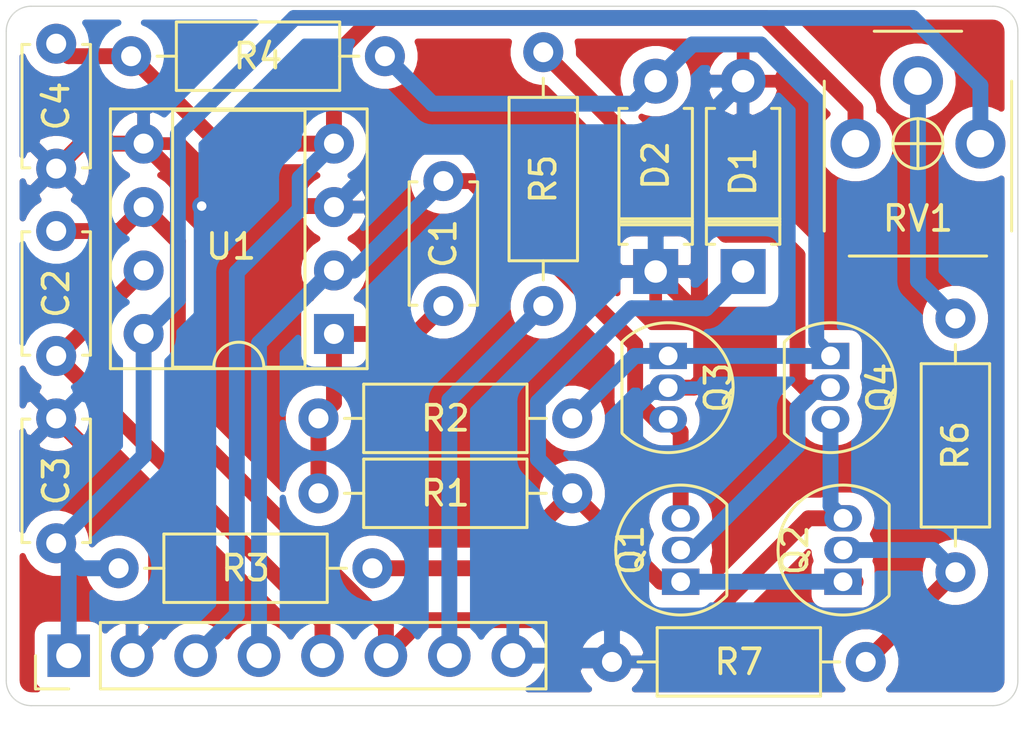
<source format=kicad_pcb>
(kicad_pcb (version 20171130) (host pcbnew "(5.1.8-0-10_14)")

  (general
    (thickness 1.6)
    (drawings 8)
    (tracks 131)
    (zones 0)
    (modules 20)
    (nets 14)
  )

  (page A4)
  (layers
    (0 F.Cu signal)
    (31 B.Cu signal)
    (36 B.SilkS user)
    (37 F.SilkS user)
    (38 B.Mask user)
    (39 F.Mask user)
    (41 Cmts.User user)
    (44 Edge.Cuts user)
    (45 Margin user)
    (46 B.CrtYd user)
    (47 F.CrtYd user)
    (48 B.Fab user)
    (49 F.Fab user)
  )

  (setup
    (last_trace_width 0.254)
    (user_trace_width 0.2032)
    (user_trace_width 0.3048)
    (user_trace_width 0.635)
    (user_trace_width 1.27)
    (trace_clearance 0.254)
    (zone_clearance 0.508)
    (zone_45_only no)
    (trace_min 0.2032)
    (via_size 0.762)
    (via_drill 0.381)
    (via_min_size 0.4064)
    (via_min_drill 0.3048)
    (uvia_size 0.762)
    (uvia_drill 0.381)
    (uvias_allowed no)
    (uvia_min_size 0.2032)
    (uvia_min_drill 0.1016)
    (edge_width 0.05)
    (segment_width 0.2)
    (pcb_text_width 0.3)
    (pcb_text_size 1.5 1.5)
    (mod_edge_width 0.12)
    (mod_text_size 1 1)
    (mod_text_width 0.15)
    (pad_size 1.524 1.524)
    (pad_drill 0.762)
    (pad_to_mask_clearance 0)
    (aux_axis_origin 0 0)
    (visible_elements FFFFFF7F)
    (pcbplotparams
      (layerselection 0x010f0_ffffffff)
      (usegerberextensions true)
      (usegerberattributes true)
      (usegerberadvancedattributes true)
      (creategerberjobfile true)
      (excludeedgelayer true)
      (linewidth 0.100000)
      (plotframeref false)
      (viasonmask false)
      (mode 1)
      (useauxorigin false)
      (hpglpennumber 1)
      (hpglpenspeed 20)
      (hpglpendiameter 15.000000)
      (psnegative false)
      (psa4output false)
      (plotreference true)
      (plotvalue false)
      (plotinvisibletext false)
      (padsonsilk false)
      (subtractmaskfromsilk false)
      (outputformat 1)
      (mirror false)
      (drillshape 0)
      (scaleselection 1)
      (outputdirectory "gerbers/"))
  )

  (net 0 "")
  (net 1 "Net-(C1-Pad1)")
  (net 2 /In)
  (net 3 /FB)
  (net 4 /Out)
  (net 5 GNDREF)
  (net 6 +12V)
  (net 7 -12V)
  (net 8 "Net-(D1-Pad1)")
  (net 9 "Net-(D2-Pad2)")
  (net 10 /CV)
  (net 11 "Net-(Q2-Pad2)")
  (net 12 "Net-(R6-Pad1)")
  (net 13 "Net-(Q1-Pad2)")

  (net_class Default "This is the default net class."
    (clearance 0.254)
    (trace_width 0.254)
    (via_dia 0.762)
    (via_drill 0.381)
    (uvia_dia 0.762)
    (uvia_drill 0.381)
    (diff_pair_width 0.2032)
    (diff_pair_gap 0.254)
    (add_net +12V)
    (add_net -12V)
    (add_net /CV)
    (add_net /FB)
    (add_net /In)
    (add_net /Out)
    (add_net GNDREF)
    (add_net "Net-(C1-Pad1)")
    (add_net "Net-(D1-Pad1)")
    (add_net "Net-(D2-Pad2)")
    (add_net "Net-(Q1-Pad2)")
    (add_net "Net-(Q2-Pad2)")
    (add_net "Net-(R6-Pad1)")
  )

  (net_class Power ""
    (clearance 0.3048)
    (trace_width 0.635)
    (via_dia 0.762)
    (via_drill 0.381)
    (uvia_dia 0.762)
    (uvia_drill 0.381)
    (diff_pair_width 0.2032)
    (diff_pair_gap 0.254)
  )

  (net_class Signal ""
    (clearance 0.3048)
    (trace_width 0.3048)
    (via_dia 0.762)
    (via_drill 0.381)
    (uvia_dia 0.762)
    (uvia_drill 0.381)
    (diff_pair_width 0.2032)
    (diff_pair_gap 0.254)
  )

  (module rumblesan-footprints:Resistor_THT_L6.3mm_D2.5mm_P10.16mm_Horizontal (layer F.Cu) (tedit 5AE5139B) (tstamp 60CF5ABD)
    (at 158.41 79.75 180)
    (descr "Resistor, Axial_DIN0207 series, Axial, Horizontal, pin pitch=10.16mm, 0.25W = 1/4W, length*diameter=6.3*2.5mm^2, http://cdn-reichelt.de/documents/datenblatt/B400/1_4W%23YAG.pdf")
    (tags "Resistor Axial_DIN0207 series Axial Horizontal pin pitch 10.16mm 0.25W = 1/4W length 6.3mm diameter 2.5mm")
    (path /603B5898)
    (fp_text reference R7 (at 5.08 0) (layer F.SilkS)
      (effects (font (size 1 1) (thickness 0.15)))
    )
    (fp_text value 330R (at 5.08 -1) (layer F.Fab)
      (effects (font (size 1 1) (thickness 0.15)))
    )
    (fp_line (start 11.21 -1.5) (end -1.05 -1.5) (layer F.CrtYd) (width 0.05))
    (fp_line (start 11.21 1.5) (end 11.21 -1.5) (layer F.CrtYd) (width 0.05))
    (fp_line (start -1.05 1.5) (end 11.21 1.5) (layer F.CrtYd) (width 0.05))
    (fp_line (start -1.05 -1.5) (end -1.05 1.5) (layer F.CrtYd) (width 0.05))
    (fp_line (start 9.12 0) (end 8.35 0) (layer F.SilkS) (width 0.12))
    (fp_line (start 1.04 0) (end 1.81 0) (layer F.SilkS) (width 0.12))
    (fp_line (start 8.35 -1.37) (end 1.81 -1.37) (layer F.SilkS) (width 0.12))
    (fp_line (start 8.35 1.37) (end 8.35 -1.37) (layer F.SilkS) (width 0.12))
    (fp_line (start 1.81 1.37) (end 8.35 1.37) (layer F.SilkS) (width 0.12))
    (fp_line (start 1.81 -1.37) (end 1.81 1.37) (layer F.SilkS) (width 0.12))
    (fp_line (start 10.16 0) (end 8.23 0) (layer F.Fab) (width 0.1))
    (fp_line (start 0 0) (end 1.93 0) (layer F.Fab) (width 0.1))
    (fp_line (start 8.23 -1.25) (end 1.93 -1.25) (layer F.Fab) (width 0.1))
    (fp_line (start 8.23 1.25) (end 8.23 -1.25) (layer F.Fab) (width 0.1))
    (fp_line (start 1.93 1.25) (end 8.23 1.25) (layer F.Fab) (width 0.1))
    (fp_line (start 1.93 -1.25) (end 1.93 1.25) (layer F.Fab) (width 0.1))
    (fp_text user %R (at 5.08 0) (layer F.Fab)
      (effects (font (size 1 1) (thickness 0.15)))
    )
    (pad 1 thru_hole circle (at 0 0 180) (size 1.6 1.6) (drill 0.8) (layers *.Cu *.Mask)
      (net 11 "Net-(Q2-Pad2)"))
    (pad 2 thru_hole oval (at 10.16 0 180) (size 1.6 1.6) (drill 0.8) (layers *.Cu *.Mask)
      (net 5 GNDREF))
    (model ${KISYS3DMOD}/Resistor_THT.3dshapes/R_Axial_DIN0207_L6.3mm_D2.5mm_P10.16mm_Horizontal.wrl
      (at (xyz 0 0 0))
      (scale (xyz 1 1 1))
      (rotate (xyz 0 0 0))
    )
  )

  (module Capacitor_THT:C_Disc_D4.7mm_W2.5mm_P5.00mm (layer F.Cu) (tedit 5AE50EF0) (tstamp 60CF593D)
    (at 141.5 65.5 90)
    (descr "C, Disc series, Radial, pin pitch=5.00mm, , diameter*width=4.7*2.5mm^2, Capacitor, http://www.vishay.com/docs/45233/krseries.pdf")
    (tags "C Disc series Radial pin pitch 5.00mm  diameter 4.7mm width 2.5mm Capacitor")
    (path /6029B536)
    (fp_text reference C1 (at 2.5 0 90) (layer F.SilkS)
      (effects (font (size 1 1) (thickness 0.15)))
    )
    (fp_text value 47pF (at 2.5 1 90) (layer F.Fab)
      (effects (font (size 1 1) (thickness 0.15)))
    )
    (fp_line (start 0.15 -1.25) (end 0.15 1.25) (layer F.Fab) (width 0.1))
    (fp_line (start 0.15 1.25) (end 4.85 1.25) (layer F.Fab) (width 0.1))
    (fp_line (start 4.85 1.25) (end 4.85 -1.25) (layer F.Fab) (width 0.1))
    (fp_line (start 4.85 -1.25) (end 0.15 -1.25) (layer F.Fab) (width 0.1))
    (fp_line (start 0.03 -1.37) (end 4.97 -1.37) (layer F.SilkS) (width 0.12))
    (fp_line (start 0.03 1.37) (end 4.97 1.37) (layer F.SilkS) (width 0.12))
    (fp_line (start 0.03 -1.37) (end 0.03 -1.055) (layer F.SilkS) (width 0.12))
    (fp_line (start 0.03 1.055) (end 0.03 1.37) (layer F.SilkS) (width 0.12))
    (fp_line (start 4.97 -1.37) (end 4.97 -1.055) (layer F.SilkS) (width 0.12))
    (fp_line (start 4.97 1.055) (end 4.97 1.37) (layer F.SilkS) (width 0.12))
    (fp_line (start -1.05 -1.5) (end -1.05 1.5) (layer F.CrtYd) (width 0.05))
    (fp_line (start -1.05 1.5) (end 6.05 1.5) (layer F.CrtYd) (width 0.05))
    (fp_line (start 6.05 1.5) (end 6.05 -1.5) (layer F.CrtYd) (width 0.05))
    (fp_line (start 6.05 -1.5) (end -1.05 -1.5) (layer F.CrtYd) (width 0.05))
    (fp_text user %R (at 2.5 0 90) (layer F.Fab)
      (effects (font (size 0.94 0.94) (thickness 0.141)))
    )
    (pad 1 thru_hole circle (at 0 0 90) (size 1.6 1.6) (drill 0.8) (layers *.Cu *.Mask)
      (net 1 "Net-(C1-Pad1)"))
    (pad 2 thru_hole circle (at 5 0 90) (size 1.6 1.6) (drill 0.8) (layers *.Cu *.Mask)
      (net 2 /In))
    (model ${KISYS3DMOD}/Capacitor_THT.3dshapes/C_Disc_D4.7mm_W2.5mm_P5.00mm.wrl
      (at (xyz 0 0 0))
      (scale (xyz 1 1 1))
      (rotate (xyz 0 0 0))
    )
  )

  (module Capacitor_THT:C_Disc_D4.7mm_W2.5mm_P5.00mm (layer F.Cu) (tedit 5AE50EF0) (tstamp 60CF5952)
    (at 126 67.5 90)
    (descr "C, Disc series, Radial, pin pitch=5.00mm, , diameter*width=4.7*2.5mm^2, Capacitor, http://www.vishay.com/docs/45233/krseries.pdf")
    (tags "C Disc series Radial pin pitch 5.00mm  diameter 4.7mm width 2.5mm Capacitor")
    (path /602A6E8C)
    (fp_text reference C2 (at 2.5 0 90) (layer F.SilkS)
      (effects (font (size 1 1) (thickness 0.15)))
    )
    (fp_text value 5pF (at 2.5 1 90) (layer F.Fab)
      (effects (font (size 1 1) (thickness 0.15)))
    )
    (fp_line (start 6.05 -1.5) (end -1.05 -1.5) (layer F.CrtYd) (width 0.05))
    (fp_line (start 6.05 1.5) (end 6.05 -1.5) (layer F.CrtYd) (width 0.05))
    (fp_line (start -1.05 1.5) (end 6.05 1.5) (layer F.CrtYd) (width 0.05))
    (fp_line (start -1.05 -1.5) (end -1.05 1.5) (layer F.CrtYd) (width 0.05))
    (fp_line (start 4.97 1.055) (end 4.97 1.37) (layer F.SilkS) (width 0.12))
    (fp_line (start 4.97 -1.37) (end 4.97 -1.055) (layer F.SilkS) (width 0.12))
    (fp_line (start 0.03 1.055) (end 0.03 1.37) (layer F.SilkS) (width 0.12))
    (fp_line (start 0.03 -1.37) (end 0.03 -1.055) (layer F.SilkS) (width 0.12))
    (fp_line (start 0.03 1.37) (end 4.97 1.37) (layer F.SilkS) (width 0.12))
    (fp_line (start 0.03 -1.37) (end 4.97 -1.37) (layer F.SilkS) (width 0.12))
    (fp_line (start 4.85 -1.25) (end 0.15 -1.25) (layer F.Fab) (width 0.1))
    (fp_line (start 4.85 1.25) (end 4.85 -1.25) (layer F.Fab) (width 0.1))
    (fp_line (start 0.15 1.25) (end 4.85 1.25) (layer F.Fab) (width 0.1))
    (fp_line (start 0.15 -1.25) (end 0.15 1.25) (layer F.Fab) (width 0.1))
    (fp_text user %R (at 2.5 0 90) (layer F.Fab)
      (effects (font (size 0.94 0.94) (thickness 0.141)))
    )
    (pad 2 thru_hole circle (at 5 0 90) (size 1.6 1.6) (drill 0.8) (layers *.Cu *.Mask)
      (net 3 /FB))
    (pad 1 thru_hole circle (at 0 0 90) (size 1.6 1.6) (drill 0.8) (layers *.Cu *.Mask)
      (net 4 /Out))
    (model ${KISYS3DMOD}/Capacitor_THT.3dshapes/C_Disc_D4.7mm_W2.5mm_P5.00mm.wrl
      (at (xyz 0 0 0))
      (scale (xyz 1 1 1))
      (rotate (xyz 0 0 0))
    )
  )

  (module Capacitor_THT:C_Disc_D4.7mm_W2.5mm_P5.00mm (layer F.Cu) (tedit 5AE50EF0) (tstamp 60CF5967)
    (at 126 70 270)
    (descr "C, Disc series, Radial, pin pitch=5.00mm, , diameter*width=4.7*2.5mm^2, Capacitor, http://www.vishay.com/docs/45233/krseries.pdf")
    (tags "C Disc series Radial pin pitch 5.00mm  diameter 4.7mm width 2.5mm Capacitor")
    (path /60301D98)
    (fp_text reference C3 (at 2.5 0 90) (layer F.SilkS)
      (effects (font (size 1 1) (thickness 0.15)))
    )
    (fp_text value 10nF (at 2.75 -1 90) (layer F.Fab)
      (effects (font (size 1 1) (thickness 0.15)))
    )
    (fp_line (start 0.15 -1.25) (end 0.15 1.25) (layer F.Fab) (width 0.1))
    (fp_line (start 0.15 1.25) (end 4.85 1.25) (layer F.Fab) (width 0.1))
    (fp_line (start 4.85 1.25) (end 4.85 -1.25) (layer F.Fab) (width 0.1))
    (fp_line (start 4.85 -1.25) (end 0.15 -1.25) (layer F.Fab) (width 0.1))
    (fp_line (start 0.03 -1.37) (end 4.97 -1.37) (layer F.SilkS) (width 0.12))
    (fp_line (start 0.03 1.37) (end 4.97 1.37) (layer F.SilkS) (width 0.12))
    (fp_line (start 0.03 -1.37) (end 0.03 -1.055) (layer F.SilkS) (width 0.12))
    (fp_line (start 0.03 1.055) (end 0.03 1.37) (layer F.SilkS) (width 0.12))
    (fp_line (start 4.97 -1.37) (end 4.97 -1.055) (layer F.SilkS) (width 0.12))
    (fp_line (start 4.97 1.055) (end 4.97 1.37) (layer F.SilkS) (width 0.12))
    (fp_line (start -1.05 -1.5) (end -1.05 1.5) (layer F.CrtYd) (width 0.05))
    (fp_line (start -1.05 1.5) (end 6.05 1.5) (layer F.CrtYd) (width 0.05))
    (fp_line (start 6.05 1.5) (end 6.05 -1.5) (layer F.CrtYd) (width 0.05))
    (fp_line (start 6.05 -1.5) (end -1.05 -1.5) (layer F.CrtYd) (width 0.05))
    (fp_text user %R (at 2.5 0 90) (layer F.Fab)
      (effects (font (size 0.94 0.94) (thickness 0.141)))
    )
    (pad 1 thru_hole circle (at 0 0 270) (size 1.6 1.6) (drill 0.8) (layers *.Cu *.Mask)
      (net 5 GNDREF))
    (pad 2 thru_hole circle (at 5 0 270) (size 1.6 1.6) (drill 0.8) (layers *.Cu *.Mask)
      (net 6 +12V))
    (model ${KISYS3DMOD}/Capacitor_THT.3dshapes/C_Disc_D4.7mm_W2.5mm_P5.00mm.wrl
      (at (xyz 0 0 0))
      (scale (xyz 1 1 1))
      (rotate (xyz 0 0 0))
    )
  )

  (module Capacitor_THT:C_Disc_D4.7mm_W2.5mm_P5.00mm (layer F.Cu) (tedit 5AE50EF0) (tstamp 60CF597C)
    (at 126 55 270)
    (descr "C, Disc series, Radial, pin pitch=5.00mm, , diameter*width=4.7*2.5mm^2, Capacitor, http://www.vishay.com/docs/45233/krseries.pdf")
    (tags "C Disc series Radial pin pitch 5.00mm  diameter 4.7mm width 2.5mm Capacitor")
    (path /60302392)
    (fp_text reference C4 (at 2.5 0 90) (layer F.SilkS)
      (effects (font (size 1 1) (thickness 0.15)))
    )
    (fp_text value 10nF (at 2.5 -1 90) (layer F.Fab)
      (effects (font (size 1 1) (thickness 0.15)))
    )
    (fp_line (start 6.05 -1.5) (end -1.05 -1.5) (layer F.CrtYd) (width 0.05))
    (fp_line (start 6.05 1.5) (end 6.05 -1.5) (layer F.CrtYd) (width 0.05))
    (fp_line (start -1.05 1.5) (end 6.05 1.5) (layer F.CrtYd) (width 0.05))
    (fp_line (start -1.05 -1.5) (end -1.05 1.5) (layer F.CrtYd) (width 0.05))
    (fp_line (start 4.97 1.055) (end 4.97 1.37) (layer F.SilkS) (width 0.12))
    (fp_line (start 4.97 -1.37) (end 4.97 -1.055) (layer F.SilkS) (width 0.12))
    (fp_line (start 0.03 1.055) (end 0.03 1.37) (layer F.SilkS) (width 0.12))
    (fp_line (start 0.03 -1.37) (end 0.03 -1.055) (layer F.SilkS) (width 0.12))
    (fp_line (start 0.03 1.37) (end 4.97 1.37) (layer F.SilkS) (width 0.12))
    (fp_line (start 0.03 -1.37) (end 4.97 -1.37) (layer F.SilkS) (width 0.12))
    (fp_line (start 4.85 -1.25) (end 0.15 -1.25) (layer F.Fab) (width 0.1))
    (fp_line (start 4.85 1.25) (end 4.85 -1.25) (layer F.Fab) (width 0.1))
    (fp_line (start 0.15 1.25) (end 4.85 1.25) (layer F.Fab) (width 0.1))
    (fp_line (start 0.15 -1.25) (end 0.15 1.25) (layer F.Fab) (width 0.1))
    (fp_text user %R (at 2.5 0 90) (layer F.Fab)
      (effects (font (size 0.94 0.94) (thickness 0.141)))
    )
    (pad 2 thru_hole circle (at 5 0 270) (size 1.6 1.6) (drill 0.8) (layers *.Cu *.Mask)
      (net 5 GNDREF))
    (pad 1 thru_hole circle (at 0 0 270) (size 1.6 1.6) (drill 0.8) (layers *.Cu *.Mask)
      (net 7 -12V))
    (model ${KISYS3DMOD}/Capacitor_THT.3dshapes/C_Disc_D4.7mm_W2.5mm_P5.00mm.wrl
      (at (xyz 0 0 0))
      (scale (xyz 1 1 1))
      (rotate (xyz 0 0 0))
    )
  )

  (module rumblesan-footprints:Diode_THT_P7.62mm_Horizontal (layer F.Cu) (tedit 60CE6992) (tstamp 60CF599A)
    (at 153.5 64.12 90)
    (descr "Diode, A-405 series, Axial, Horizontal, pin pitch=7.62mm, , length*diameter=5.2*2.7mm^2, , http://www.diodes.com/_files/packages/A-405.pdf")
    (tags "Diode A-405 series Axial Horizontal pin pitch 7.62mm  length 5.2mm diameter 2.7mm")
    (path /6029DCDB)
    (fp_text reference D1 (at 4 0 90) (layer F.SilkS)
      (effects (font (size 1 1) (thickness 0.15)))
    )
    (fp_text value 1n4148 (at 3.81 -1 90) (layer F.Fab)
      (effects (font (size 1 1) (thickness 0.15)))
    )
    (fp_line (start 8.77 -1.6) (end -1.15 -1.6) (layer F.CrtYd) (width 0.05))
    (fp_line (start 8.77 1.6) (end 8.77 -1.6) (layer F.CrtYd) (width 0.05))
    (fp_line (start -1.15 1.6) (end 8.77 1.6) (layer F.CrtYd) (width 0.05))
    (fp_line (start -1.15 -1.6) (end -1.15 1.6) (layer F.CrtYd) (width 0.05))
    (fp_line (start 1.87 -1.47) (end 1.87 1.47) (layer F.SilkS) (width 0.12))
    (fp_line (start 2.11 -1.47) (end 2.11 1.47) (layer F.SilkS) (width 0.12))
    (fp_line (start 1.99 -1.47) (end 1.99 1.47) (layer F.SilkS) (width 0.12))
    (fp_line (start 6.53 1.47) (end 6.53 1.14) (layer F.SilkS) (width 0.12))
    (fp_line (start 1.09 1.47) (end 6.53 1.47) (layer F.SilkS) (width 0.12))
    (fp_line (start 1.09 1.14) (end 1.09 1.47) (layer F.SilkS) (width 0.12))
    (fp_line (start 6.53 -1.47) (end 6.53 -1.14) (layer F.SilkS) (width 0.12))
    (fp_line (start 1.09 -1.47) (end 6.53 -1.47) (layer F.SilkS) (width 0.12))
    (fp_line (start 1.09 -1.14) (end 1.09 -1.47) (layer F.SilkS) (width 0.12))
    (fp_line (start 1.89 -1.35) (end 1.89 1.35) (layer F.Fab) (width 0.1))
    (fp_line (start 2.09 -1.35) (end 2.09 1.35) (layer F.Fab) (width 0.1))
    (fp_line (start 1.99 -1.35) (end 1.99 1.35) (layer F.Fab) (width 0.1))
    (fp_line (start 7.62 0) (end 6.41 0) (layer F.Fab) (width 0.1))
    (fp_line (start 0 0) (end 1.21 0) (layer F.Fab) (width 0.1))
    (fp_line (start 6.41 -1.35) (end 1.21 -1.35) (layer F.Fab) (width 0.1))
    (fp_line (start 6.41 1.35) (end 6.41 -1.35) (layer F.Fab) (width 0.1))
    (fp_line (start 1.21 1.35) (end 6.41 1.35) (layer F.Fab) (width 0.1))
    (fp_line (start 1.21 -1.35) (end 1.21 1.35) (layer F.Fab) (width 0.1))
    (fp_text user %R (at 4.2 0 90) (layer F.Fab)
      (effects (font (size 1 1) (thickness 0.15)))
    )
    (fp_text user K (at -1.5 0 90) (layer F.Fab)
      (effects (font (size 1 1) (thickness 0.15)))
    )
    (pad 1 thru_hole rect (at 0 0 90) (size 1.8 1.8) (drill 0.9) (layers *.Cu *.Mask)
      (net 8 "Net-(D1-Pad1)"))
    (pad 2 thru_hole oval (at 7.62 0 90) (size 1.8 1.8) (drill 0.9) (layers *.Cu *.Mask)
      (net 5 GNDREF))
    (model ${KISYS3DMOD}/Diode_THT.3dshapes/D_A-405_P7.62mm_Horizontal.wrl
      (at (xyz 0 0 0))
      (scale (xyz 1 1 1))
      (rotate (xyz 0 0 0))
    )
  )

  (module rumblesan-footprints:Diode_THT_P7.62mm_Horizontal (layer F.Cu) (tedit 60CE6992) (tstamp 60CF59B8)
    (at 150 64.12 90)
    (descr "Diode, A-405 series, Axial, Horizontal, pin pitch=7.62mm, , length*diameter=5.2*2.7mm^2, , http://www.diodes.com/_files/packages/A-405.pdf")
    (tags "Diode A-405 series Axial Horizontal pin pitch 7.62mm  length 5.2mm diameter 2.7mm")
    (path /6029ECD6)
    (fp_text reference D2 (at 4.25 0 90) (layer F.SilkS)
      (effects (font (size 1 1) (thickness 0.15)))
    )
    (fp_text value 1n4148 (at 3.81 -1 90) (layer F.Fab)
      (effects (font (size 1 1) (thickness 0.15)))
    )
    (fp_line (start 1.21 -1.35) (end 1.21 1.35) (layer F.Fab) (width 0.1))
    (fp_line (start 1.21 1.35) (end 6.41 1.35) (layer F.Fab) (width 0.1))
    (fp_line (start 6.41 1.35) (end 6.41 -1.35) (layer F.Fab) (width 0.1))
    (fp_line (start 6.41 -1.35) (end 1.21 -1.35) (layer F.Fab) (width 0.1))
    (fp_line (start 0 0) (end 1.21 0) (layer F.Fab) (width 0.1))
    (fp_line (start 7.62 0) (end 6.41 0) (layer F.Fab) (width 0.1))
    (fp_line (start 1.99 -1.35) (end 1.99 1.35) (layer F.Fab) (width 0.1))
    (fp_line (start 2.09 -1.35) (end 2.09 1.35) (layer F.Fab) (width 0.1))
    (fp_line (start 1.89 -1.35) (end 1.89 1.35) (layer F.Fab) (width 0.1))
    (fp_line (start 1.09 -1.14) (end 1.09 -1.47) (layer F.SilkS) (width 0.12))
    (fp_line (start 1.09 -1.47) (end 6.53 -1.47) (layer F.SilkS) (width 0.12))
    (fp_line (start 6.53 -1.47) (end 6.53 -1.14) (layer F.SilkS) (width 0.12))
    (fp_line (start 1.09 1.14) (end 1.09 1.47) (layer F.SilkS) (width 0.12))
    (fp_line (start 1.09 1.47) (end 6.53 1.47) (layer F.SilkS) (width 0.12))
    (fp_line (start 6.53 1.47) (end 6.53 1.14) (layer F.SilkS) (width 0.12))
    (fp_line (start 1.99 -1.47) (end 1.99 1.47) (layer F.SilkS) (width 0.12))
    (fp_line (start 2.11 -1.47) (end 2.11 1.47) (layer F.SilkS) (width 0.12))
    (fp_line (start 1.87 -1.47) (end 1.87 1.47) (layer F.SilkS) (width 0.12))
    (fp_line (start -1.15 -1.6) (end -1.15 1.6) (layer F.CrtYd) (width 0.05))
    (fp_line (start -1.15 1.6) (end 8.77 1.6) (layer F.CrtYd) (width 0.05))
    (fp_line (start 8.77 1.6) (end 8.77 -1.6) (layer F.CrtYd) (width 0.05))
    (fp_line (start 8.77 -1.6) (end -1.15 -1.6) (layer F.CrtYd) (width 0.05))
    (fp_text user K (at -1.5 0 90) (layer F.Fab)
      (effects (font (size 1 1) (thickness 0.15)))
    )
    (fp_text user %R (at 4.2 0 90) (layer F.Fab)
      (effects (font (size 1 1) (thickness 0.15)))
    )
    (pad 2 thru_hole oval (at 7.62 0 90) (size 1.8 1.8) (drill 0.9) (layers *.Cu *.Mask)
      (net 9 "Net-(D2-Pad2)"))
    (pad 1 thru_hole rect (at 0 0 90) (size 1.8 1.8) (drill 0.9) (layers *.Cu *.Mask)
      (net 5 GNDREF))
    (model ${KISYS3DMOD}/Diode_THT.3dshapes/D_A-405_P7.62mm_Horizontal.wrl
      (at (xyz 0 0 0))
      (scale (xyz 1 1 1))
      (rotate (xyz 0 0 0))
    )
  )

  (module Connector_PinHeader_2.54mm:PinHeader_1x08_P2.54mm_Vertical (layer F.Cu) (tedit 59FED5CC) (tstamp 60CF59D4)
    (at 126.5 79.5 90)
    (descr "Through hole straight pin header, 1x08, 2.54mm pitch, single row")
    (tags "Through hole pin header THT 1x08 2.54mm single row")
    (path /603246D2)
    (fp_text reference J1 (at 0 -2.33 90) (layer F.SilkS) hide
      (effects (font (size 1 1) (thickness 0.15)))
    )
    (fp_text value Conn_01x08_Male (at -2.5 9.28) (layer F.Fab)
      (effects (font (size 1 1) (thickness 0.15)))
    )
    (fp_line (start 1.8 -1.8) (end -1.8 -1.8) (layer F.CrtYd) (width 0.05))
    (fp_line (start 1.8 19.55) (end 1.8 -1.8) (layer F.CrtYd) (width 0.05))
    (fp_line (start -1.8 19.55) (end 1.8 19.55) (layer F.CrtYd) (width 0.05))
    (fp_line (start -1.8 -1.8) (end -1.8 19.55) (layer F.CrtYd) (width 0.05))
    (fp_line (start -1.33 -1.33) (end 0 -1.33) (layer F.SilkS) (width 0.12))
    (fp_line (start -1.33 0) (end -1.33 -1.33) (layer F.SilkS) (width 0.12))
    (fp_line (start -1.33 1.27) (end 1.33 1.27) (layer F.SilkS) (width 0.12))
    (fp_line (start 1.33 1.27) (end 1.33 19.11) (layer F.SilkS) (width 0.12))
    (fp_line (start -1.33 1.27) (end -1.33 19.11) (layer F.SilkS) (width 0.12))
    (fp_line (start -1.33 19.11) (end 1.33 19.11) (layer F.SilkS) (width 0.12))
    (fp_line (start -1.27 -0.635) (end -0.635 -1.27) (layer F.Fab) (width 0.1))
    (fp_line (start -1.27 19.05) (end -1.27 -0.635) (layer F.Fab) (width 0.1))
    (fp_line (start 1.27 19.05) (end -1.27 19.05) (layer F.Fab) (width 0.1))
    (fp_line (start 1.27 -1.27) (end 1.27 19.05) (layer F.Fab) (width 0.1))
    (fp_line (start -0.635 -1.27) (end 1.27 -1.27) (layer F.Fab) (width 0.1))
    (fp_text user %R (at 0 8.89) (layer F.Fab)
      (effects (font (size 1 1) (thickness 0.15)))
    )
    (pad 8 thru_hole oval (at 0 17.78 90) (size 1.7 1.7) (drill 1) (layers *.Cu *.Mask)
      (net 5 GNDREF))
    (pad 7 thru_hole oval (at 0 15.24 90) (size 1.7 1.7) (drill 1) (layers *.Cu *.Mask)
      (net 10 /CV))
    (pad 6 thru_hole oval (at 0 12.7 90) (size 1.7 1.7) (drill 1) (layers *.Cu *.Mask)
      (net 3 /FB))
    (pad 5 thru_hole oval (at 0 10.16 90) (size 1.7 1.7) (drill 1) (layers *.Cu *.Mask)
      (net 4 /Out))
    (pad 4 thru_hole oval (at 0 7.62 90) (size 1.7 1.7) (drill 1) (layers *.Cu *.Mask)
      (net 2 /In))
    (pad 3 thru_hole oval (at 0 5.08 90) (size 1.7 1.7) (drill 1) (layers *.Cu *.Mask)
      (net 7 -12V))
    (pad 2 thru_hole oval (at 0 2.54 90) (size 1.7 1.7) (drill 1) (layers *.Cu *.Mask)
      (net 5 GNDREF))
    (pad 1 thru_hole rect (at 0 0 90) (size 1.7 1.7) (drill 1) (layers *.Cu *.Mask)
      (net 6 +12V))
    (model ${KISYS3DMOD}/Connector_PinHeader_2.54mm.3dshapes/PinHeader_1x08_P2.54mm_Vertical.wrl
      (at (xyz 0 0 0))
      (scale (xyz 1 1 1))
      (rotate (xyz 0 0 0))
    )
  )

  (module Package_TO_SOT_THT:TO-92_Inline (layer F.Cu) (tedit 5A1DD157) (tstamp 60CF59E6)
    (at 150.5 67.5 270)
    (descr "TO-92 leads in-line, narrow, oval pads, drill 0.75mm (see NXP sot054_po.pdf)")
    (tags "to-92 sc-43 sc-43a sot54 PA33 transistor")
    (path /602A0B35)
    (fp_text reference Q3 (at 1.27 -2 90) (layer F.SilkS)
      (effects (font (size 1 1) (thickness 0.15)))
    )
    (fp_text value 2N3904 (at 1.27 1.25 90) (layer F.Fab)
      (effects (font (size 1 1) (thickness 0.15)))
    )
    (fp_line (start -0.53 1.85) (end 3.07 1.85) (layer F.SilkS) (width 0.12))
    (fp_line (start -0.5 1.75) (end 3 1.75) (layer F.Fab) (width 0.1))
    (fp_line (start -1.46 -2.73) (end 4 -2.73) (layer F.CrtYd) (width 0.05))
    (fp_line (start -1.46 -2.73) (end -1.46 2.01) (layer F.CrtYd) (width 0.05))
    (fp_line (start 4 2.01) (end 4 -2.73) (layer F.CrtYd) (width 0.05))
    (fp_line (start 4 2.01) (end -1.46 2.01) (layer F.CrtYd) (width 0.05))
    (fp_text user %R (at 1.27 0 90) (layer F.Fab)
      (effects (font (size 1 1) (thickness 0.15)))
    )
    (fp_arc (start 1.27 0) (end 1.27 -2.48) (angle 135) (layer F.Fab) (width 0.1))
    (fp_arc (start 1.27 0) (end 1.27 -2.6) (angle -135) (layer F.SilkS) (width 0.12))
    (fp_arc (start 1.27 0) (end 1.27 -2.48) (angle -135) (layer F.Fab) (width 0.1))
    (fp_arc (start 1.27 0) (end 1.27 -2.6) (angle 135) (layer F.SilkS) (width 0.12))
    (pad 2 thru_hole oval (at 1.27 0 270) (size 1.05 1.5) (drill 0.75) (layers *.Cu *.Mask)
      (net 5 GNDREF))
    (pad 3 thru_hole oval (at 2.54 0 270) (size 1.05 1.5) (drill 0.75) (layers *.Cu *.Mask)
      (net 2 /In))
    (pad 1 thru_hole rect (at 0 0 270) (size 1.05 1.5) (drill 0.75) (layers *.Cu *.Mask)
      (net 9 "Net-(D2-Pad2)"))
    (model ${KISYS3DMOD}/Package_TO_SOT_THT.3dshapes/TO-92_Inline.wrl
      (at (xyz 0 0 0))
      (scale (xyz 1 1 1))
      (rotate (xyz 0 0 0))
    )
  )

  (module Package_TO_SOT_THT:TO-92_Inline (layer F.Cu) (tedit 5A1DD157) (tstamp 60CF59F8)
    (at 151 76.54 90)
    (descr "TO-92 leads in-line, narrow, oval pads, drill 0.75mm (see NXP sot054_po.pdf)")
    (tags "to-92 sc-43 sc-43a sot54 PA33 transistor")
    (path /602A434A)
    (fp_text reference Q1 (at 1.27 -2 90) (layer F.SilkS)
      (effects (font (size 1 1) (thickness 0.15)))
    )
    (fp_text value 2N3906 (at 1.27 1.5 90) (layer F.Fab)
      (effects (font (size 1 1) (thickness 0.15)))
    )
    (fp_line (start -0.53 1.85) (end 3.07 1.85) (layer F.SilkS) (width 0.12))
    (fp_line (start -0.5 1.75) (end 3 1.75) (layer F.Fab) (width 0.1))
    (fp_line (start -1.46 -2.73) (end 4 -2.73) (layer F.CrtYd) (width 0.05))
    (fp_line (start -1.46 -2.73) (end -1.46 2.01) (layer F.CrtYd) (width 0.05))
    (fp_line (start 4 2.01) (end 4 -2.73) (layer F.CrtYd) (width 0.05))
    (fp_line (start 4 2.01) (end -1.46 2.01) (layer F.CrtYd) (width 0.05))
    (fp_text user %R (at 1.27 0 90) (layer F.Fab)
      (effects (font (size 1 1) (thickness 0.15)))
    )
    (fp_arc (start 1.27 0) (end 1.27 -2.48) (angle 135) (layer F.Fab) (width 0.1))
    (fp_arc (start 1.27 0) (end 1.27 -2.6) (angle -135) (layer F.SilkS) (width 0.12))
    (fp_arc (start 1.27 0) (end 1.27 -2.48) (angle -135) (layer F.Fab) (width 0.1))
    (fp_arc (start 1.27 0) (end 1.27 -2.6) (angle 135) (layer F.SilkS) (width 0.12))
    (pad 2 thru_hole oval (at 1.27 0 90) (size 1.05 1.5) (drill 0.75) (layers *.Cu *.Mask)
      (net 13 "Net-(Q1-Pad2)"))
    (pad 3 thru_hole oval (at 2.54 0 90) (size 1.05 1.5) (drill 0.75) (layers *.Cu *.Mask)
      (net 2 /In))
    (pad 1 thru_hole rect (at 0 0 90) (size 1.05 1.5) (drill 0.75) (layers *.Cu *.Mask)
      (net 8 "Net-(D1-Pad1)"))
    (model ${KISYS3DMOD}/Package_TO_SOT_THT.3dshapes/TO-92_Inline.wrl
      (at (xyz 0 0 0))
      (scale (xyz 1 1 1))
      (rotate (xyz 0 0 0))
    )
  )

  (module Package_TO_SOT_THT:TO-92_Inline (layer F.Cu) (tedit 5A1DD157) (tstamp 60CF5A0A)
    (at 157 67.5 270)
    (descr "TO-92 leads in-line, narrow, oval pads, drill 0.75mm (see NXP sot054_po.pdf)")
    (tags "to-92 sc-43 sc-43a sot54 PA33 transistor")
    (path /602A3AE4)
    (fp_text reference Q4 (at 1.27 -2 90) (layer F.SilkS)
      (effects (font (size 1 1) (thickness 0.15)))
    )
    (fp_text value 2N3904 (at 1.27 1.46 90) (layer F.Fab)
      (effects (font (size 1 1) (thickness 0.15)))
    )
    (fp_line (start -0.53 1.85) (end 3.07 1.85) (layer F.SilkS) (width 0.12))
    (fp_line (start -0.5 1.75) (end 3 1.75) (layer F.Fab) (width 0.1))
    (fp_line (start -1.46 -2.73) (end 4 -2.73) (layer F.CrtYd) (width 0.05))
    (fp_line (start -1.46 -2.73) (end -1.46 2.01) (layer F.CrtYd) (width 0.05))
    (fp_line (start 4 2.01) (end 4 -2.73) (layer F.CrtYd) (width 0.05))
    (fp_line (start 4 2.01) (end -1.46 2.01) (layer F.CrtYd) (width 0.05))
    (fp_text user %R (at 1.27 0 90) (layer F.Fab)
      (effects (font (size 1 1) (thickness 0.15)))
    )
    (fp_arc (start 1.27 0) (end 1.27 -2.48) (angle 135) (layer F.Fab) (width 0.1))
    (fp_arc (start 1.27 0) (end 1.27 -2.6) (angle -135) (layer F.SilkS) (width 0.12))
    (fp_arc (start 1.27 0) (end 1.27 -2.48) (angle -135) (layer F.Fab) (width 0.1))
    (fp_arc (start 1.27 0) (end 1.27 -2.6) (angle 135) (layer F.SilkS) (width 0.12))
    (pad 2 thru_hole oval (at 1.27 0 270) (size 1.05 1.5) (drill 0.75) (layers *.Cu *.Mask)
      (net 13 "Net-(Q1-Pad2)"))
    (pad 3 thru_hole oval (at 2.54 0 270) (size 1.05 1.5) (drill 0.75) (layers *.Cu *.Mask)
      (net 3 /FB))
    (pad 1 thru_hole rect (at 0 0 270) (size 1.05 1.5) (drill 0.75) (layers *.Cu *.Mask)
      (net 9 "Net-(D2-Pad2)"))
    (model ${KISYS3DMOD}/Package_TO_SOT_THT.3dshapes/TO-92_Inline.wrl
      (at (xyz 0 0 0))
      (scale (xyz 1 1 1))
      (rotate (xyz 0 0 0))
    )
  )

  (module Package_TO_SOT_THT:TO-92_Inline (layer F.Cu) (tedit 5A1DD157) (tstamp 60CF5A1C)
    (at 157.5 76.54 90)
    (descr "TO-92 leads in-line, narrow, oval pads, drill 0.75mm (see NXP sot054_po.pdf)")
    (tags "to-92 sc-43 sc-43a sot54 PA33 transistor")
    (path /602A4D04)
    (fp_text reference Q2 (at 1.27 -1.92 90) (layer F.SilkS)
      (effects (font (size 1 1) (thickness 0.15)))
    )
    (fp_text value 2N3906 (at 1.27 1.08 90) (layer F.Fab)
      (effects (font (size 1 1) (thickness 0.15)))
    )
    (fp_line (start -0.53 1.85) (end 3.07 1.85) (layer F.SilkS) (width 0.12))
    (fp_line (start -0.5 1.75) (end 3 1.75) (layer F.Fab) (width 0.1))
    (fp_line (start -1.46 -2.73) (end 4 -2.73) (layer F.CrtYd) (width 0.05))
    (fp_line (start -1.46 -2.73) (end -1.46 2.01) (layer F.CrtYd) (width 0.05))
    (fp_line (start 4 2.01) (end 4 -2.73) (layer F.CrtYd) (width 0.05))
    (fp_line (start 4 2.01) (end -1.46 2.01) (layer F.CrtYd) (width 0.05))
    (fp_text user %R (at 1.27 0 90) (layer F.Fab)
      (effects (font (size 1 1) (thickness 0.15)))
    )
    (fp_arc (start 1.27 0) (end 1.27 -2.48) (angle 135) (layer F.Fab) (width 0.1))
    (fp_arc (start 1.27 0) (end 1.27 -2.6) (angle -135) (layer F.SilkS) (width 0.12))
    (fp_arc (start 1.27 0) (end 1.27 -2.48) (angle -135) (layer F.Fab) (width 0.1))
    (fp_arc (start 1.27 0) (end 1.27 -2.6) (angle 135) (layer F.SilkS) (width 0.12))
    (pad 2 thru_hole oval (at 1.27 0 90) (size 1.05 1.5) (drill 0.75) (layers *.Cu *.Mask)
      (net 11 "Net-(Q2-Pad2)"))
    (pad 3 thru_hole oval (at 2.54 0 90) (size 1.05 1.5) (drill 0.75) (layers *.Cu *.Mask)
      (net 3 /FB))
    (pad 1 thru_hole rect (at 0 0 90) (size 1.05 1.5) (drill 0.75) (layers *.Cu *.Mask)
      (net 8 "Net-(D1-Pad1)"))
    (model ${KISYS3DMOD}/Package_TO_SOT_THT.3dshapes/TO-92_Inline.wrl
      (at (xyz 0 0 0))
      (scale (xyz 1 1 1))
      (rotate (xyz 0 0 0))
    )
  )

  (module rumblesan-footprints:Resistor_THT_L6.3mm_D2.5mm_P10.16mm_Horizontal (layer F.Cu) (tedit 5AE5139B) (tstamp 60CF5A33)
    (at 146.66 73 180)
    (descr "Resistor, Axial_DIN0207 series, Axial, Horizontal, pin pitch=10.16mm, 0.25W = 1/4W, length*diameter=6.3*2.5mm^2, http://cdn-reichelt.de/documents/datenblatt/B400/1_4W%23YAG.pdf")
    (tags "Resistor Axial_DIN0207 series Axial Horizontal pin pitch 10.16mm 0.25W = 1/4W length 6.3mm diameter 2.5mm")
    (path /6029C822)
    (fp_text reference R1 (at 5.08 0) (layer F.SilkS)
      (effects (font (size 1 1) (thickness 0.15)))
    )
    (fp_text value 8k2 (at 5.08 -1) (layer F.Fab)
      (effects (font (size 1 1) (thickness 0.15)))
    )
    (fp_line (start 11.21 -1.5) (end -1.05 -1.5) (layer F.CrtYd) (width 0.05))
    (fp_line (start 11.21 1.5) (end 11.21 -1.5) (layer F.CrtYd) (width 0.05))
    (fp_line (start -1.05 1.5) (end 11.21 1.5) (layer F.CrtYd) (width 0.05))
    (fp_line (start -1.05 -1.5) (end -1.05 1.5) (layer F.CrtYd) (width 0.05))
    (fp_line (start 9.12 0) (end 8.35 0) (layer F.SilkS) (width 0.12))
    (fp_line (start 1.04 0) (end 1.81 0) (layer F.SilkS) (width 0.12))
    (fp_line (start 8.35 -1.37) (end 1.81 -1.37) (layer F.SilkS) (width 0.12))
    (fp_line (start 8.35 1.37) (end 8.35 -1.37) (layer F.SilkS) (width 0.12))
    (fp_line (start 1.81 1.37) (end 8.35 1.37) (layer F.SilkS) (width 0.12))
    (fp_line (start 1.81 -1.37) (end 1.81 1.37) (layer F.SilkS) (width 0.12))
    (fp_line (start 10.16 0) (end 8.23 0) (layer F.Fab) (width 0.1))
    (fp_line (start 0 0) (end 1.93 0) (layer F.Fab) (width 0.1))
    (fp_line (start 8.23 -1.25) (end 1.93 -1.25) (layer F.Fab) (width 0.1))
    (fp_line (start 8.23 1.25) (end 8.23 -1.25) (layer F.Fab) (width 0.1))
    (fp_line (start 1.93 1.25) (end 8.23 1.25) (layer F.Fab) (width 0.1))
    (fp_line (start 1.93 -1.25) (end 1.93 1.25) (layer F.Fab) (width 0.1))
    (fp_text user %R (at 5.08 0) (layer F.Fab)
      (effects (font (size 1 1) (thickness 0.15)))
    )
    (pad 1 thru_hole circle (at 0 0 180) (size 1.6 1.6) (drill 0.8) (layers *.Cu *.Mask)
      (net 8 "Net-(D1-Pad1)"))
    (pad 2 thru_hole oval (at 10.16 0 180) (size 1.6 1.6) (drill 0.8) (layers *.Cu *.Mask)
      (net 1 "Net-(C1-Pad1)"))
    (model ${KISYS3DMOD}/Resistor_THT.3dshapes/R_Axial_DIN0207_L6.3mm_D2.5mm_P10.16mm_Horizontal.wrl
      (at (xyz 0 0 0))
      (scale (xyz 1 1 1))
      (rotate (xyz 0 0 0))
    )
  )

  (module rumblesan-footprints:Resistor_THT_L6.3mm_D2.5mm_P10.16mm_Horizontal (layer F.Cu) (tedit 5AE5139B) (tstamp 60CF5A4A)
    (at 136.5 70)
    (descr "Resistor, Axial_DIN0207 series, Axial, Horizontal, pin pitch=10.16mm, 0.25W = 1/4W, length*diameter=6.3*2.5mm^2, http://cdn-reichelt.de/documents/datenblatt/B400/1_4W%23YAG.pdf")
    (tags "Resistor Axial_DIN0207 series Axial Horizontal pin pitch 10.16mm 0.25W = 1/4W length 6.3mm diameter 2.5mm")
    (path /6029D18B)
    (fp_text reference R2 (at 5.08 0) (layer F.SilkS)
      (effects (font (size 1 1) (thickness 0.15)))
    )
    (fp_text value 8k2 (at 5.16 1) (layer F.Fab)
      (effects (font (size 1 1) (thickness 0.15)))
    )
    (fp_line (start 1.93 -1.25) (end 1.93 1.25) (layer F.Fab) (width 0.1))
    (fp_line (start 1.93 1.25) (end 8.23 1.25) (layer F.Fab) (width 0.1))
    (fp_line (start 8.23 1.25) (end 8.23 -1.25) (layer F.Fab) (width 0.1))
    (fp_line (start 8.23 -1.25) (end 1.93 -1.25) (layer F.Fab) (width 0.1))
    (fp_line (start 0 0) (end 1.93 0) (layer F.Fab) (width 0.1))
    (fp_line (start 10.16 0) (end 8.23 0) (layer F.Fab) (width 0.1))
    (fp_line (start 1.81 -1.37) (end 1.81 1.37) (layer F.SilkS) (width 0.12))
    (fp_line (start 1.81 1.37) (end 8.35 1.37) (layer F.SilkS) (width 0.12))
    (fp_line (start 8.35 1.37) (end 8.35 -1.37) (layer F.SilkS) (width 0.12))
    (fp_line (start 8.35 -1.37) (end 1.81 -1.37) (layer F.SilkS) (width 0.12))
    (fp_line (start 1.04 0) (end 1.81 0) (layer F.SilkS) (width 0.12))
    (fp_line (start 9.12 0) (end 8.35 0) (layer F.SilkS) (width 0.12))
    (fp_line (start -1.05 -1.5) (end -1.05 1.5) (layer F.CrtYd) (width 0.05))
    (fp_line (start -1.05 1.5) (end 11.21 1.5) (layer F.CrtYd) (width 0.05))
    (fp_line (start 11.21 1.5) (end 11.21 -1.5) (layer F.CrtYd) (width 0.05))
    (fp_line (start 11.21 -1.5) (end -1.05 -1.5) (layer F.CrtYd) (width 0.05))
    (fp_text user %R (at 5.08 0) (layer F.Fab)
      (effects (font (size 1 1) (thickness 0.15)))
    )
    (pad 2 thru_hole oval (at 10.16 0) (size 1.6 1.6) (drill 0.8) (layers *.Cu *.Mask)
      (net 9 "Net-(D2-Pad2)"))
    (pad 1 thru_hole circle (at 0 0) (size 1.6 1.6) (drill 0.8) (layers *.Cu *.Mask)
      (net 1 "Net-(C1-Pad1)"))
    (model ${KISYS3DMOD}/Resistor_THT.3dshapes/R_Axial_DIN0207_L6.3mm_D2.5mm_P10.16mm_Horizontal.wrl
      (at (xyz 0 0 0))
      (scale (xyz 1 1 1))
      (rotate (xyz 0 0 0))
    )
  )

  (module rumblesan-footprints:Resistor_THT_L6.3mm_D2.5mm_P10.16mm_Horizontal (layer F.Cu) (tedit 5AE5139B) (tstamp 60CF5A61)
    (at 128.5 76)
    (descr "Resistor, Axial_DIN0207 series, Axial, Horizontal, pin pitch=10.16mm, 0.25W = 1/4W, length*diameter=6.3*2.5mm^2, http://cdn-reichelt.de/documents/datenblatt/B400/1_4W%23YAG.pdf")
    (tags "Resistor Axial_DIN0207 series Axial Horizontal pin pitch 10.16mm 0.25W = 1/4W length 6.3mm diameter 2.5mm")
    (path /602A60CA)
    (fp_text reference R3 (at 5.08 0) (layer F.SilkS)
      (effects (font (size 1 1) (thickness 0.15)))
    )
    (fp_text value 150k (at 5.25 0.75) (layer F.Fab)
      (effects (font (size 1 1) (thickness 0.15)))
    )
    (fp_line (start 11.21 -1.5) (end -1.05 -1.5) (layer F.CrtYd) (width 0.05))
    (fp_line (start 11.21 1.5) (end 11.21 -1.5) (layer F.CrtYd) (width 0.05))
    (fp_line (start -1.05 1.5) (end 11.21 1.5) (layer F.CrtYd) (width 0.05))
    (fp_line (start -1.05 -1.5) (end -1.05 1.5) (layer F.CrtYd) (width 0.05))
    (fp_line (start 9.12 0) (end 8.35 0) (layer F.SilkS) (width 0.12))
    (fp_line (start 1.04 0) (end 1.81 0) (layer F.SilkS) (width 0.12))
    (fp_line (start 8.35 -1.37) (end 1.81 -1.37) (layer F.SilkS) (width 0.12))
    (fp_line (start 8.35 1.37) (end 8.35 -1.37) (layer F.SilkS) (width 0.12))
    (fp_line (start 1.81 1.37) (end 8.35 1.37) (layer F.SilkS) (width 0.12))
    (fp_line (start 1.81 -1.37) (end 1.81 1.37) (layer F.SilkS) (width 0.12))
    (fp_line (start 10.16 0) (end 8.23 0) (layer F.Fab) (width 0.1))
    (fp_line (start 0 0) (end 1.93 0) (layer F.Fab) (width 0.1))
    (fp_line (start 8.23 -1.25) (end 1.93 -1.25) (layer F.Fab) (width 0.1))
    (fp_line (start 8.23 1.25) (end 8.23 -1.25) (layer F.Fab) (width 0.1))
    (fp_line (start 1.93 1.25) (end 8.23 1.25) (layer F.Fab) (width 0.1))
    (fp_line (start 1.93 -1.25) (end 1.93 1.25) (layer F.Fab) (width 0.1))
    (fp_text user %R (at 5.08 0) (layer F.Fab)
      (effects (font (size 1 1) (thickness 0.15)))
    )
    (pad 1 thru_hole circle (at 0 0) (size 1.6 1.6) (drill 0.8) (layers *.Cu *.Mask)
      (net 6 +12V))
    (pad 2 thru_hole oval (at 10.16 0) (size 1.6 1.6) (drill 0.8) (layers *.Cu *.Mask)
      (net 8 "Net-(D1-Pad1)"))
    (model ${KISYS3DMOD}/Resistor_THT.3dshapes/R_Axial_DIN0207_L6.3mm_D2.5mm_P10.16mm_Horizontal.wrl
      (at (xyz 0 0 0))
      (scale (xyz 1 1 1))
      (rotate (xyz 0 0 0))
    )
  )

  (module rumblesan-footprints:Resistor_THT_L6.3mm_D2.5mm_P10.16mm_Horizontal (layer F.Cu) (tedit 5AE5139B) (tstamp 60CF5A78)
    (at 139.16 55.5 180)
    (descr "Resistor, Axial_DIN0207 series, Axial, Horizontal, pin pitch=10.16mm, 0.25W = 1/4W, length*diameter=6.3*2.5mm^2, http://cdn-reichelt.de/documents/datenblatt/B400/1_4W%23YAG.pdf")
    (tags "Resistor Axial_DIN0207 series Axial Horizontal pin pitch 10.16mm 0.25W = 1/4W length 6.3mm diameter 2.5mm")
    (path /602A617E)
    (fp_text reference R4 (at 5.08 0) (layer F.SilkS)
      (effects (font (size 1 1) (thickness 0.15)))
    )
    (fp_text value 150k (at 5.08 -1) (layer F.Fab)
      (effects (font (size 1 1) (thickness 0.15)))
    )
    (fp_line (start 1.93 -1.25) (end 1.93 1.25) (layer F.Fab) (width 0.1))
    (fp_line (start 1.93 1.25) (end 8.23 1.25) (layer F.Fab) (width 0.1))
    (fp_line (start 8.23 1.25) (end 8.23 -1.25) (layer F.Fab) (width 0.1))
    (fp_line (start 8.23 -1.25) (end 1.93 -1.25) (layer F.Fab) (width 0.1))
    (fp_line (start 0 0) (end 1.93 0) (layer F.Fab) (width 0.1))
    (fp_line (start 10.16 0) (end 8.23 0) (layer F.Fab) (width 0.1))
    (fp_line (start 1.81 -1.37) (end 1.81 1.37) (layer F.SilkS) (width 0.12))
    (fp_line (start 1.81 1.37) (end 8.35 1.37) (layer F.SilkS) (width 0.12))
    (fp_line (start 8.35 1.37) (end 8.35 -1.37) (layer F.SilkS) (width 0.12))
    (fp_line (start 8.35 -1.37) (end 1.81 -1.37) (layer F.SilkS) (width 0.12))
    (fp_line (start 1.04 0) (end 1.81 0) (layer F.SilkS) (width 0.12))
    (fp_line (start 9.12 0) (end 8.35 0) (layer F.SilkS) (width 0.12))
    (fp_line (start -1.05 -1.5) (end -1.05 1.5) (layer F.CrtYd) (width 0.05))
    (fp_line (start -1.05 1.5) (end 11.21 1.5) (layer F.CrtYd) (width 0.05))
    (fp_line (start 11.21 1.5) (end 11.21 -1.5) (layer F.CrtYd) (width 0.05))
    (fp_line (start 11.21 -1.5) (end -1.05 -1.5) (layer F.CrtYd) (width 0.05))
    (fp_text user %R (at 5.08 0) (layer F.Fab)
      (effects (font (size 1 1) (thickness 0.15)))
    )
    (pad 2 thru_hole oval (at 10.16 0 180) (size 1.6 1.6) (drill 0.8) (layers *.Cu *.Mask)
      (net 7 -12V))
    (pad 1 thru_hole circle (at 0 0 180) (size 1.6 1.6) (drill 0.8) (layers *.Cu *.Mask)
      (net 9 "Net-(D2-Pad2)"))
    (model ${KISYS3DMOD}/Resistor_THT.3dshapes/R_Axial_DIN0207_L6.3mm_D2.5mm_P10.16mm_Horizontal.wrl
      (at (xyz 0 0 0))
      (scale (xyz 1 1 1))
      (rotate (xyz 0 0 0))
    )
  )

  (module rumblesan-footprints:Resistor_THT_L6.3mm_D2.5mm_P10.16mm_Horizontal (layer F.Cu) (tedit 5AE5139B) (tstamp 60CF5A8F)
    (at 145.5 55.34 270)
    (descr "Resistor, Axial_DIN0207 series, Axial, Horizontal, pin pitch=10.16mm, 0.25W = 1/4W, length*diameter=6.3*2.5mm^2, http://cdn-reichelt.de/documents/datenblatt/B400/1_4W%23YAG.pdf")
    (tags "Resistor Axial_DIN0207 series Axial Horizontal pin pitch 10.16mm 0.25W = 1/4W length 6.3mm diameter 2.5mm")
    (path /602A6CE1)
    (fp_text reference R5 (at 5.08 0 90) (layer F.SilkS)
      (effects (font (size 1 1) (thickness 0.15)))
    )
    (fp_text value 100R (at 5.41 1 90) (layer F.Fab)
      (effects (font (size 1 1) (thickness 0.15)))
    )
    (fp_line (start 11.21 -1.5) (end -1.05 -1.5) (layer F.CrtYd) (width 0.05))
    (fp_line (start 11.21 1.5) (end 11.21 -1.5) (layer F.CrtYd) (width 0.05))
    (fp_line (start -1.05 1.5) (end 11.21 1.5) (layer F.CrtYd) (width 0.05))
    (fp_line (start -1.05 -1.5) (end -1.05 1.5) (layer F.CrtYd) (width 0.05))
    (fp_line (start 9.12 0) (end 8.35 0) (layer F.SilkS) (width 0.12))
    (fp_line (start 1.04 0) (end 1.81 0) (layer F.SilkS) (width 0.12))
    (fp_line (start 8.35 -1.37) (end 1.81 -1.37) (layer F.SilkS) (width 0.12))
    (fp_line (start 8.35 1.37) (end 8.35 -1.37) (layer F.SilkS) (width 0.12))
    (fp_line (start 1.81 1.37) (end 8.35 1.37) (layer F.SilkS) (width 0.12))
    (fp_line (start 1.81 -1.37) (end 1.81 1.37) (layer F.SilkS) (width 0.12))
    (fp_line (start 10.16 0) (end 8.23 0) (layer F.Fab) (width 0.1))
    (fp_line (start 0 0) (end 1.93 0) (layer F.Fab) (width 0.1))
    (fp_line (start 8.23 -1.25) (end 1.93 -1.25) (layer F.Fab) (width 0.1))
    (fp_line (start 8.23 1.25) (end 8.23 -1.25) (layer F.Fab) (width 0.1))
    (fp_line (start 1.93 1.25) (end 8.23 1.25) (layer F.Fab) (width 0.1))
    (fp_line (start 1.93 -1.25) (end 1.93 1.25) (layer F.Fab) (width 0.1))
    (fp_text user %R (at 5.08 0 90) (layer F.Fab)
      (effects (font (size 1 1) (thickness 0.15)))
    )
    (pad 1 thru_hole circle (at 0 0 270) (size 1.6 1.6) (drill 0.8) (layers *.Cu *.Mask)
      (net 13 "Net-(Q1-Pad2)"))
    (pad 2 thru_hole oval (at 10.16 0 270) (size 1.6 1.6) (drill 0.8) (layers *.Cu *.Mask)
      (net 10 /CV))
    (model ${KISYS3DMOD}/Resistor_THT.3dshapes/R_Axial_DIN0207_L6.3mm_D2.5mm_P10.16mm_Horizontal.wrl
      (at (xyz 0 0 0))
      (scale (xyz 1 1 1))
      (rotate (xyz 0 0 0))
    )
  )

  (module rumblesan-footprints:Resistor_THT_L6.3mm_D2.5mm_P10.16mm_Horizontal (layer F.Cu) (tedit 5AE5139B) (tstamp 60CF5AA6)
    (at 162 66 270)
    (descr "Resistor, Axial_DIN0207 series, Axial, Horizontal, pin pitch=10.16mm, 0.25W = 1/4W, length*diameter=6.3*2.5mm^2, http://cdn-reichelt.de/documents/datenblatt/B400/1_4W%23YAG.pdf")
    (tags "Resistor Axial_DIN0207 series Axial Horizontal pin pitch 10.16mm 0.25W = 1/4W length 6.3mm diameter 2.5mm")
    (path /603C1FC6)
    (fp_text reference R6 (at 5.08 0 90) (layer F.SilkS)
      (effects (font (size 1 1) (thickness 0.15)))
    )
    (fp_text value 1M5 (at 5.08 1 90) (layer F.Fab)
      (effects (font (size 1 1) (thickness 0.15)))
    )
    (fp_line (start 1.93 -1.25) (end 1.93 1.25) (layer F.Fab) (width 0.1))
    (fp_line (start 1.93 1.25) (end 8.23 1.25) (layer F.Fab) (width 0.1))
    (fp_line (start 8.23 1.25) (end 8.23 -1.25) (layer F.Fab) (width 0.1))
    (fp_line (start 8.23 -1.25) (end 1.93 -1.25) (layer F.Fab) (width 0.1))
    (fp_line (start 0 0) (end 1.93 0) (layer F.Fab) (width 0.1))
    (fp_line (start 10.16 0) (end 8.23 0) (layer F.Fab) (width 0.1))
    (fp_line (start 1.81 -1.37) (end 1.81 1.37) (layer F.SilkS) (width 0.12))
    (fp_line (start 1.81 1.37) (end 8.35 1.37) (layer F.SilkS) (width 0.12))
    (fp_line (start 8.35 1.37) (end 8.35 -1.37) (layer F.SilkS) (width 0.12))
    (fp_line (start 8.35 -1.37) (end 1.81 -1.37) (layer F.SilkS) (width 0.12))
    (fp_line (start 1.04 0) (end 1.81 0) (layer F.SilkS) (width 0.12))
    (fp_line (start 9.12 0) (end 8.35 0) (layer F.SilkS) (width 0.12))
    (fp_line (start -1.05 -1.5) (end -1.05 1.5) (layer F.CrtYd) (width 0.05))
    (fp_line (start -1.05 1.5) (end 11.21 1.5) (layer F.CrtYd) (width 0.05))
    (fp_line (start 11.21 1.5) (end 11.21 -1.5) (layer F.CrtYd) (width 0.05))
    (fp_line (start 11.21 -1.5) (end -1.05 -1.5) (layer F.CrtYd) (width 0.05))
    (fp_text user %R (at 5.08 0 90) (layer F.Fab)
      (effects (font (size 1 1) (thickness 0.15)))
    )
    (pad 2 thru_hole oval (at 10.16 0 270) (size 1.6 1.6) (drill 0.8) (layers *.Cu *.Mask)
      (net 11 "Net-(Q2-Pad2)"))
    (pad 1 thru_hole circle (at 0 0 270) (size 1.6 1.6) (drill 0.8) (layers *.Cu *.Mask)
      (net 12 "Net-(R6-Pad1)"))
    (model ${KISYS3DMOD}/Resistor_THT.3dshapes/R_Axial_DIN0207_L6.3mm_D2.5mm_P10.16mm_Horizontal.wrl
      (at (xyz 0 0 0))
      (scale (xyz 1 1 1))
      (rotate (xyz 0 0 0))
    )
  )

  (module rumblesan-footprints:Potentiometer_THT_Bourns_3306P_Vertical (layer F.Cu) (tedit 60CF5408) (tstamp 60CF5AD1)
    (at 160.5 59)
    (path /603ADDA6)
    (fp_text reference RV1 (at 0 3) (layer F.SilkS)
      (effects (font (size 1 1) (thickness 0.15)))
    )
    (fp_text value 100k (at -0.25 2) (layer F.Fab)
      (effects (font (size 1 1) (thickness 0.15)))
    )
    (fp_circle (center 0 0) (end 1 0) (layer F.SilkS) (width 0.12))
    (fp_line (start 1 0) (end -1 0) (layer F.SilkS) (width 0.12))
    (fp_line (start 0 -1) (end 0 1) (layer F.SilkS) (width 0.12))
    (fp_line (start -1.75 -4.5) (end 1.75 -4.5) (layer F.SilkS) (width 0.12))
    (fp_line (start 3.75 3.5) (end 3.75 -2.5) (layer F.SilkS) (width 0.12))
    (fp_line (start -2.75 4.5) (end 2.75 4.5) (layer F.SilkS) (width 0.12))
    (fp_line (start -3.75 -2.5) (end -3.75 3.5) (layer F.SilkS) (width 0.12))
    (fp_line (start 1.75 -4.5) (end 3.75 -2.5) (layer F.CrtYd) (width 0.05))
    (fp_line (start -1.75 -4.5) (end -3.75 -2.5) (layer F.CrtYd) (width 0.05))
    (fp_line (start -3.75 4.5) (end 3.75 4.5) (layer F.CrtYd) (width 0.05))
    (fp_line (start -1.75 -4.5) (end 1.75 -4.5) (layer F.CrtYd) (width 0.05))
    (fp_line (start 3.75 -2.5) (end 3.75 4.5) (layer F.CrtYd) (width 0.05))
    (fp_line (start -3.75 -2.5) (end -3.75 4.5) (layer F.CrtYd) (width 0.05))
    (pad 2 thru_hole circle (at 0 -2.5) (size 2 2) (drill 1.1) (layers *.Cu *.Mask)
      (net 12 "Net-(R6-Pad1)"))
    (pad 1 thru_hole circle (at -2.5 0) (size 2 2) (drill 1.1) (layers *.Cu *.Mask)
      (net 7 -12V))
    (pad 3 thru_hole circle (at 2.5 0) (size 2 2) (drill 1.1) (layers *.Cu *.Mask)
      (net 6 +12V))
  )

  (module Package_DIP:DIP-8_W7.62mm_Socket (layer F.Cu) (tedit 5A02E8C5) (tstamp 60CF5AF5)
    (at 137.12 66.62 180)
    (descr "8-lead though-hole mounted DIP package, row spacing 7.62 mm (300 mils), Socket")
    (tags "THT DIP DIL PDIP 2.54mm 7.62mm 300mil Socket")
    (path /6029A10F)
    (fp_text reference U1 (at 4.12 3.5) (layer F.SilkS)
      (effects (font (size 1 1) (thickness 0.15)))
    )
    (fp_text value LF353 (at 3.81 7.04 180) (layer F.Fab)
      (effects (font (size 1 1) (thickness 0.15)))
    )
    (fp_line (start 1.635 -1.27) (end 6.985 -1.27) (layer F.Fab) (width 0.1))
    (fp_line (start 6.985 -1.27) (end 6.985 8.89) (layer F.Fab) (width 0.1))
    (fp_line (start 6.985 8.89) (end 0.635 8.89) (layer F.Fab) (width 0.1))
    (fp_line (start 0.635 8.89) (end 0.635 -0.27) (layer F.Fab) (width 0.1))
    (fp_line (start 0.635 -0.27) (end 1.635 -1.27) (layer F.Fab) (width 0.1))
    (fp_line (start -1.27 -1.33) (end -1.27 8.95) (layer F.Fab) (width 0.1))
    (fp_line (start -1.27 8.95) (end 8.89 8.95) (layer F.Fab) (width 0.1))
    (fp_line (start 8.89 8.95) (end 8.89 -1.33) (layer F.Fab) (width 0.1))
    (fp_line (start 8.89 -1.33) (end -1.27 -1.33) (layer F.Fab) (width 0.1))
    (fp_line (start 2.81 -1.33) (end 1.16 -1.33) (layer F.SilkS) (width 0.12))
    (fp_line (start 1.16 -1.33) (end 1.16 8.95) (layer F.SilkS) (width 0.12))
    (fp_line (start 1.16 8.95) (end 6.46 8.95) (layer F.SilkS) (width 0.12))
    (fp_line (start 6.46 8.95) (end 6.46 -1.33) (layer F.SilkS) (width 0.12))
    (fp_line (start 6.46 -1.33) (end 4.81 -1.33) (layer F.SilkS) (width 0.12))
    (fp_line (start -1.33 -1.39) (end -1.33 9.01) (layer F.SilkS) (width 0.12))
    (fp_line (start -1.33 9.01) (end 8.95 9.01) (layer F.SilkS) (width 0.12))
    (fp_line (start 8.95 9.01) (end 8.95 -1.39) (layer F.SilkS) (width 0.12))
    (fp_line (start 8.95 -1.39) (end -1.33 -1.39) (layer F.SilkS) (width 0.12))
    (fp_line (start -1.55 -1.6) (end -1.55 9.2) (layer F.CrtYd) (width 0.05))
    (fp_line (start -1.55 9.2) (end 9.15 9.2) (layer F.CrtYd) (width 0.05))
    (fp_line (start 9.15 9.2) (end 9.15 -1.6) (layer F.CrtYd) (width 0.05))
    (fp_line (start 9.15 -1.6) (end -1.55 -1.6) (layer F.CrtYd) (width 0.05))
    (fp_arc (start 3.81 -1.33) (end 2.81 -1.33) (angle -180) (layer F.SilkS) (width 0.12))
    (fp_text user %R (at 3.81 3.81) (layer F.Fab)
      (effects (font (size 1 1) (thickness 0.15)))
    )
    (pad 1 thru_hole rect (at 0 0 180) (size 1.6 1.6) (drill 0.8) (layers *.Cu *.Mask)
      (net 1 "Net-(C1-Pad1)"))
    (pad 5 thru_hole oval (at 7.62 7.62 180) (size 1.6 1.6) (drill 0.8) (layers *.Cu *.Mask)
      (net 5 GNDREF))
    (pad 2 thru_hole oval (at 0 2.54 180) (size 1.6 1.6) (drill 0.8) (layers *.Cu *.Mask)
      (net 2 /In))
    (pad 6 thru_hole oval (at 7.62 5.08 180) (size 1.6 1.6) (drill 0.8) (layers *.Cu *.Mask)
      (net 3 /FB))
    (pad 3 thru_hole oval (at 0 5.08 180) (size 1.6 1.6) (drill 0.8) (layers *.Cu *.Mask)
      (net 5 GNDREF))
    (pad 7 thru_hole oval (at 7.62 2.54 180) (size 1.6 1.6) (drill 0.8) (layers *.Cu *.Mask)
      (net 4 /Out))
    (pad 4 thru_hole oval (at 0 7.62 180) (size 1.6 1.6) (drill 0.8) (layers *.Cu *.Mask)
      (net 7 -12V))
    (pad 8 thru_hole oval (at 7.62 0 180) (size 1.6 1.6) (drill 0.8) (layers *.Cu *.Mask)
      (net 6 +12V))
    (model ${KISYS3DMOD}/Package_DIP.3dshapes/DIP-8_W7.62mm_Socket.wrl
      (at (xyz 0 0 0))
      (scale (xyz 1 1 1))
      (rotate (xyz 0 0 0))
    )
  )

  (gr_arc (start 125 54.5) (end 125 53.5) (angle -90) (layer Edge.Cuts) (width 0.05))
  (gr_arc (start 125 80.5) (end 124 80.5) (angle -90) (layer Edge.Cuts) (width 0.05))
  (gr_arc (start 163.5 80.5) (end 163.5 81.5) (angle -90) (layer Edge.Cuts) (width 0.05))
  (gr_arc (start 163.5 54.5) (end 164.5 54.5) (angle -90) (layer Edge.Cuts) (width 0.05))
  (gr_line (start 124 80.5) (end 124 54.5) (layer Edge.Cuts) (width 0.05) (tstamp 60D02DF5))
  (gr_line (start 163.5 81.5) (end 125 81.5) (layer Edge.Cuts) (width 0.05))
  (gr_line (start 164.5 54.5) (end 164.5 80.5) (layer Edge.Cuts) (width 0.05))
  (gr_line (start 125 53.5) (end 163.5 53.5) (layer Edge.Cuts) (width 0.05))

  (segment (start 140.38 66.62) (end 141.5 65.5) (width 0.635) (layer F.Cu) (net 1))
  (segment (start 137.12 66.62) (end 140.38 66.62) (width 0.635) (layer F.Cu) (net 1))
  (segment (start 137.5 67) (end 137.12 66.62) (width 0.635) (layer F.Cu) (net 1))
  (segment (start 137.12 69.38) (end 136.5 70) (width 0.635) (layer F.Cu) (net 1))
  (segment (start 137.12 66.62) (end 137.12 69.38) (width 0.635) (layer F.Cu) (net 1))
  (segment (start 136.5 70) (end 136.5 73) (width 0.635) (layer F.Cu) (net 1))
  (segment (start 137.031298 64.08) (end 137.12 64.08) (width 0.635) (layer B.Cu) (net 2))
  (segment (start 134.12 66.991298) (end 137.031298 64.08) (width 0.635) (layer B.Cu) (net 2))
  (segment (start 134.12 79.5) (end 134.12 66.991298) (width 0.635) (layer B.Cu) (net 2))
  (segment (start 137.92 64.08) (end 141.5 60.5) (width 0.635) (layer B.Cu) (net 2))
  (segment (start 137.12 64.08) (end 137.92 64.08) (width 0.635) (layer B.Cu) (net 2))
  (segment (start 151 70.54) (end 150.5 70.04) (width 0.635) (layer F.Cu) (net 2))
  (segment (start 151 74) (end 151 70.54) (width 0.635) (layer F.Cu) (net 2))
  (segment (start 149.17849 67.04712) (end 149.17849 69.224189) (width 0.635) (layer F.Cu) (net 2))
  (segment (start 149.994301 70.04) (end 150.5 70.04) (width 0.635) (layer F.Cu) (net 2))
  (segment (start 142.63137 60.5) (end 149.17849 67.04712) (width 0.635) (layer F.Cu) (net 2))
  (segment (start 149.17849 69.224189) (end 149.994301 70.04) (width 0.635) (layer F.Cu) (net 2))
  (segment (start 141.5 60.5) (end 142.63137 60.5) (width 0.635) (layer F.Cu) (net 2))
  (segment (start 128.54 62.5) (end 129.5 61.54) (width 0.635) (layer F.Cu) (net 3))
  (segment (start 126 62.5) (end 128.54 62.5) (width 0.635) (layer F.Cu) (net 3))
  (segment (start 130.871501 69.96942) (end 139.2 78.297919) (width 0.635) (layer F.Cu) (net 3))
  (segment (start 130.871501 62.911501) (end 130.871501 69.96942) (width 0.635) (layer F.Cu) (net 3))
  (segment (start 139.2 78.297919) (end 139.2 79.5) (width 0.635) (layer F.Cu) (net 3))
  (segment (start 129.5 61.54) (end 130.871501 62.911501) (width 0.635) (layer F.Cu) (net 3))
  (segment (start 140.621501 78.078499) (end 139.2 79.5) (width 0.635) (layer F.Cu) (net 3))
  (segment (start 157 73.5) (end 157.5 74) (width 0.635) (layer B.Cu) (net 3))
  (segment (start 157 70.04) (end 157 73.5) (width 0.635) (layer B.Cu) (net 3))
  (segment (start 156.115 74) (end 157.5 74) (width 0.635) (layer F.Cu) (net 3))
  (segment (start 152.036501 78.078499) (end 156.115 74) (width 0.635) (layer F.Cu) (net 3))
  (segment (start 140.621501 78.078499) (end 152.036501 78.078499) (width 0.635) (layer F.Cu) (net 3))
  (segment (start 126.08 67.5) (end 129.5 64.08) (width 0.635) (layer F.Cu) (net 4))
  (segment (start 126 67.5) (end 126.08 67.5) (width 0.635) (layer F.Cu) (net 4))
  (segment (start 136.66 78.16) (end 136.66 79.5) (width 0.635) (layer F.Cu) (net 4))
  (segment (start 126 67.5) (end 136.66 78.16) (width 0.635) (layer F.Cu) (net 4))
  (via (at 131.824001 61.5) (size 0.762) (drill 0.381) (layers F.Cu B.Cu) (net 5))
  (segment (start 131.824001 76.715999) (end 131.824001 61.5) (width 0.635) (layer B.Cu) (net 5))
  (segment (start 129.04 79.5) (end 131.824001 76.715999) (width 0.635) (layer B.Cu) (net 5))
  (segment (start 137.08 61.5) (end 137.12 61.54) (width 0.635) (layer F.Cu) (net 5))
  (segment (start 131.824001 61.5) (end 137.08 61.5) (width 0.635) (layer F.Cu) (net 5))
  (segment (start 131.824001 61.324001) (end 129.5 59) (width 0.635) (layer F.Cu) (net 5))
  (segment (start 131.824001 61.5) (end 131.824001 61.324001) (width 0.635) (layer F.Cu) (net 5))
  (segment (start 127 59) (end 126 60) (width 0.635) (layer F.Cu) (net 5))
  (segment (start 129.5 59) (end 127 59) (width 0.635) (layer F.Cu) (net 5))
  (segment (start 126 70) (end 130 74) (width 0.635) (layer F.Cu) (net 5))
  (segment (start 130 78.54) (end 129.04 79.5) (width 0.635) (layer F.Cu) (net 5))
  (segment (start 130 74) (end 130 78.54) (width 0.635) (layer F.Cu) (net 5))
  (segment (start 139.531501 59.128499) (end 150.871501 59.128499) (width 0.635) (layer B.Cu) (net 5))
  (segment (start 137.12 61.54) (end 139.531501 59.128499) (width 0.635) (layer B.Cu) (net 5))
  (segment (start 150 60) (end 153 57) (width 0.635) (layer B.Cu) (net 5))
  (segment (start 153 57) (end 153.5 56.5) (width 0.635) (layer B.Cu) (net 5))
  (segment (start 150 64.12) (end 150 60) (width 0.635) (layer B.Cu) (net 5))
  (segment (start 150.871501 59.128499) (end 153 57) (width 0.635) (layer B.Cu) (net 5))
  (segment (start 150.5 68.77) (end 151.533702 68.77) (width 0.635) (layer F.Cu) (net 5))
  (segment (start 151.533702 68.77) (end 151.821501 68.482201) (width 0.635) (layer F.Cu) (net 5))
  (segment (start 151.821501 68.482201) (end 151.821501 65.941501) (width 0.635) (layer F.Cu) (net 5))
  (segment (start 151.821501 65.941501) (end 150 64.12) (width 0.635) (layer F.Cu) (net 5))
  (segment (start 148 79.5) (end 148.25 79.75) (width 0.635) (layer B.Cu) (net 5))
  (segment (start 144.28 79.5) (end 148 79.5) (width 0.635) (layer B.Cu) (net 5))
  (segment (start 150.32651 68.94349) (end 150.5 68.77) (width 0.635) (layer B.Cu) (net 5))
  (segment (start 148.25 74.974301) (end 149.17849 74.045811) (width 0.635) (layer B.Cu) (net 5))
  (segment (start 149.17849 69.585811) (end 149.820811 68.94349) (width 0.635) (layer B.Cu) (net 5))
  (segment (start 148.25 79.75) (end 148.25 74.974301) (width 0.635) (layer B.Cu) (net 5))
  (segment (start 149.17849 74.045811) (end 149.17849 69.585811) (width 0.635) (layer B.Cu) (net 5))
  (segment (start 149.820811 68.94349) (end 150.32651 68.94349) (width 0.635) (layer B.Cu) (net 5))
  (segment (start 126.5 75.5) (end 126 75) (width 0.635) (layer B.Cu) (net 6))
  (segment (start 126.5 79.5) (end 126.5 75.5) (width 0.635) (layer B.Cu) (net 6))
  (segment (start 129.5 71.5) (end 129.5 66.62) (width 0.635) (layer B.Cu) (net 6))
  (segment (start 126 75) (end 129.5 71.5) (width 0.635) (layer B.Cu) (net 6))
  (segment (start 127 76) (end 126 75) (width 0.635) (layer B.Cu) (net 6))
  (segment (start 128.5 76) (end 127 76) (width 0.635) (layer B.Cu) (net 6))
  (segment (start 135.531501 53.968499) (end 160.294321 53.968499) (width 0.635) (layer B.Cu) (net 6))
  (segment (start 163 56.674178) (end 163 59) (width 0.635) (layer B.Cu) (net 6))
  (segment (start 130.871501 65.248499) (end 130.871501 58.628499) (width 0.635) (layer B.Cu) (net 6))
  (segment (start 160.294321 53.968499) (end 163 56.674178) (width 0.635) (layer B.Cu) (net 6))
  (segment (start 130.871501 58.628499) (end 135.531501 53.968499) (width 0.635) (layer B.Cu) (net 6))
  (segment (start 129.5 66.62) (end 130.871501 65.248499) (width 0.635) (layer B.Cu) (net 6))
  (segment (start 135.748499 60.371501) (end 137.12 59) (width 0.635) (layer B.Cu) (net 7))
  (segment (start 135.748499 61.628749) (end 135.748499 60.371501) (width 0.635) (layer B.Cu) (net 7))
  (segment (start 132.5 59) (end 129 55.5) (width 0.635) (layer F.Cu) (net 7))
  (segment (start 137.12 59) (end 132.5 59) (width 0.635) (layer F.Cu) (net 7))
  (segment (start 126.5 55.5) (end 126 55) (width 0.635) (layer F.Cu) (net 7))
  (segment (start 129 55.5) (end 126.5 55.5) (width 0.635) (layer F.Cu) (net 7))
  (segment (start 133.23099 64.146258) (end 135.748499 61.628749) (width 0.635) (layer B.Cu) (net 7))
  (segment (start 133.23099 77.84901) (end 133.23099 64.146258) (width 0.635) (layer B.Cu) (net 7))
  (segment (start 131.58 79.5) (end 133.23099 77.84901) (width 0.635) (layer B.Cu) (net 7))
  (segment (start 158 57.585787) (end 158 59) (width 0.635) (layer F.Cu) (net 7))
  (segment (start 154.382712 53.968499) (end 158 57.585787) (width 0.635) (layer F.Cu) (net 7))
  (segment (start 138.661679 53.968499) (end 154.382712 53.968499) (width 0.635) (layer F.Cu) (net 7))
  (segment (start 137.12 55.510178) (end 138.661679 53.968499) (width 0.635) (layer F.Cu) (net 7))
  (segment (start 137.12 59) (end 137.12 55.510178) (width 0.635) (layer F.Cu) (net 7))
  (segment (start 157.5 76.54) (end 151 76.54) (width 0.635) (layer B.Cu) (net 8))
  (segment (start 143.66 76) (end 146.66 73) (width 0.635) (layer F.Cu) (net 8))
  (segment (start 138.66 76) (end 143.66 76) (width 0.635) (layer F.Cu) (net 8))
  (segment (start 150.2 76.54) (end 151 76.54) (width 0.635) (layer F.Cu) (net 8))
  (segment (start 146.66 73) (end 150.2 76.54) (width 0.635) (layer F.Cu) (net 8))
  (segment (start 158.005699 76.54) (end 157.5 76.54) (width 0.635) (layer F.Cu) (net 8))
  (segment (start 145.288499 69.341679) (end 145.288499 71.628499) (width 0.635) (layer B.Cu) (net 8))
  (segment (start 149.038677 65.591501) (end 145.288499 69.341679) (width 0.635) (layer B.Cu) (net 8))
  (segment (start 152.028499 65.591501) (end 149.038677 65.591501) (width 0.635) (layer B.Cu) (net 8))
  (segment (start 145.288499 71.628499) (end 146.66 73) (width 0.635) (layer B.Cu) (net 8))
  (segment (start 153.5 64.12) (end 152.028499 65.591501) (width 0.635) (layer B.Cu) (net 8))
  (segment (start 149.16 67.5) (end 150.5 67.5) (width 0.635) (layer B.Cu) (net 9))
  (segment (start 146.66 70) (end 149.16 67.5) (width 0.635) (layer B.Cu) (net 9))
  (segment (start 156.428499 57.250677) (end 156.428499 66.928499) (width 0.635) (layer B.Cu) (net 9))
  (segment (start 154.206321 55.028499) (end 156.428499 57.250677) (width 0.635) (layer B.Cu) (net 9))
  (segment (start 156.428499 66.928499) (end 157 67.5) (width 0.635) (layer B.Cu) (net 9))
  (segment (start 151.471501 55.028499) (end 154.206321 55.028499) (width 0.635) (layer B.Cu) (net 9))
  (segment (start 150 56.5) (end 151.471501 55.028499) (width 0.635) (layer B.Cu) (net 9))
  (segment (start 149.100001 57.399999) (end 150 56.5) (width 0.635) (layer B.Cu) (net 9))
  (segment (start 141.059999 57.399999) (end 149.100001 57.399999) (width 0.635) (layer B.Cu) (net 9))
  (segment (start 139.16 55.5) (end 141.059999 57.399999) (width 0.635) (layer B.Cu) (net 9))
  (segment (start 150.5 67.5) (end 157 67.5) (width 0.635) (layer B.Cu) (net 9))
  (segment (start 141.74 69.26) (end 141.74 79.5) (width 0.635) (layer B.Cu) (net 10))
  (segment (start 145.5 65.5) (end 141.74 69.26) (width 0.635) (layer B.Cu) (net 10))
  (segment (start 161.11 75.27) (end 162 76.16) (width 0.635) (layer B.Cu) (net 11))
  (segment (start 157.5 75.27) (end 161.11 75.27) (width 0.635) (layer B.Cu) (net 11))
  (segment (start 162 76.16) (end 158.41 79.75) (width 0.635) (layer F.Cu) (net 11))
  (segment (start 160.5 64.5) (end 162 66) (width 0.635) (layer B.Cu) (net 12))
  (segment (start 160.5 56.5) (end 160.5 64.5) (width 0.635) (layer B.Cu) (net 12))
  (segment (start 155.67849 69.585811) (end 156.320811 68.94349) (width 0.635) (layer B.Cu) (net 13))
  (segment (start 155.67849 71.097209) (end 155.67849 69.585811) (width 0.635) (layer B.Cu) (net 13))
  (segment (start 156.320811 68.94349) (end 156.82651 68.94349) (width 0.635) (layer B.Cu) (net 13))
  (segment (start 151.505699 75.27) (end 155.67849 71.097209) (width 0.635) (layer B.Cu) (net 13))
  (segment (start 156.82651 68.94349) (end 157 68.77) (width 0.635) (layer B.Cu) (net 13))
  (segment (start 151 75.27) (end 151.505699 75.27) (width 0.635) (layer B.Cu) (net 13))
  (segment (start 155.966298 68.77) (end 157 68.77) (width 0.635) (layer F.Cu) (net 13))
  (segment (start 155.678499 63.469797) (end 155.678499 68.482201) (width 0.635) (layer F.Cu) (net 13))
  (segment (start 154.857201 62.648499) (end 155.678499 63.469797) (width 0.635) (layer F.Cu) (net 13))
  (segment (start 152.808499 62.648499) (end 154.857201 62.648499) (width 0.635) (layer F.Cu) (net 13))
  (segment (start 155.678499 68.482201) (end 155.966298 68.77) (width 0.635) (layer F.Cu) (net 13))
  (segment (start 145.5 55.34) (end 152.808499 62.648499) (width 0.635) (layer F.Cu) (net 13))

  (zone (net 5) (net_name GNDREF) (layer B.Cu) (tstamp 60D7715C) (hatch edge 0.508)
    (connect_pads (clearance 0.508))
    (min_thickness 0.254)
    (fill yes (arc_segments 32) (thermal_gap 0.508) (thermal_bridge_width 0.508))
    (polygon
      (pts
        (xy 164.75 81.75) (xy 123.75 81.75) (xy 123.75 53.25) (xy 164.75 53.25)
      )
    )
    (filled_polygon
      (pts
        (xy 137.780147 55.081426) (xy 137.725 55.358665) (xy 137.725 55.641335) (xy 137.780147 55.918574) (xy 137.88832 56.179727)
        (xy 138.045363 56.414759) (xy 138.245241 56.614637) (xy 138.480273 56.77168) (xy 138.741426 56.879853) (xy 139.018665 56.935)
        (xy 139.247962 56.935) (xy 140.353392 58.04043) (xy 140.383221 58.076777) (xy 140.528258 58.195805) (xy 140.69373 58.284251)
        (xy 140.822203 58.323223) (xy 140.873276 58.338716) (xy 141.059998 58.357107) (xy 141.106783 58.352499) (xy 149.053216 58.352499)
        (xy 149.100001 58.357107) (xy 149.146786 58.352499) (xy 149.286724 58.338716) (xy 149.46627 58.284251) (xy 149.631742 58.195805)
        (xy 149.776779 58.076777) (xy 149.806608 58.04043) (xy 149.81814 58.028898) (xy 149.848816 58.035) (xy 150.151184 58.035)
        (xy 150.447743 57.976011) (xy 150.727095 57.860299) (xy 150.978505 57.692312) (xy 151.192312 57.478505) (xy 151.360299 57.227095)
        (xy 151.476011 56.947743) (xy 151.492521 56.864741) (xy 152.008959 56.864741) (xy 152.108766 57.14862) (xy 152.262038 57.407573)
        (xy 152.462884 57.631649) (xy 152.703586 57.812236) (xy 152.974893 57.942394) (xy 153.13526 57.991036) (xy 153.373 57.870378)
        (xy 153.373 56.627) (xy 152.129008 56.627) (xy 152.008959 56.864741) (xy 151.492521 56.864741) (xy 151.535 56.651184)
        (xy 151.535 56.348816) (xy 151.528898 56.31814) (xy 151.866039 55.980999) (xy 152.063194 55.980999) (xy 152.008959 56.135259)
        (xy 152.129008 56.373) (xy 153.373 56.373) (xy 153.373 56.353) (xy 153.627 56.353) (xy 153.627 56.373)
        (xy 153.647 56.373) (xy 153.647 56.627) (xy 153.627 56.627) (xy 153.627 57.870378) (xy 153.86474 57.991036)
        (xy 154.025107 57.942394) (xy 154.296414 57.812236) (xy 154.537116 57.631649) (xy 154.737962 57.407573) (xy 154.891234 57.14862)
        (xy 154.914169 57.083386) (xy 155.475999 57.645216) (xy 155.476 66.5475) (xy 152.039759 66.5475) (xy 152.075284 66.544001)
        (xy 152.215222 66.530218) (xy 152.394768 66.475753) (xy 152.56024 66.387307) (xy 152.705277 66.268279) (xy 152.735106 66.231932)
        (xy 153.308966 65.658072) (xy 154.4 65.658072) (xy 154.524482 65.645812) (xy 154.64418 65.609502) (xy 154.754494 65.550537)
        (xy 154.851185 65.471185) (xy 154.930537 65.374494) (xy 154.989502 65.26418) (xy 155.025812 65.144482) (xy 155.038072 65.02)
        (xy 155.038072 63.22) (xy 155.025812 63.095518) (xy 154.989502 62.97582) (xy 154.930537 62.865506) (xy 154.851185 62.768815)
        (xy 154.754494 62.689463) (xy 154.64418 62.630498) (xy 154.524482 62.594188) (xy 154.4 62.581928) (xy 152.6 62.581928)
        (xy 152.475518 62.594188) (xy 152.35582 62.630498) (xy 152.245506 62.689463) (xy 152.148815 62.768815) (xy 152.069463 62.865506)
        (xy 152.010498 62.97582) (xy 151.974188 63.095518) (xy 151.961928 63.22) (xy 151.961928 64.311034) (xy 151.633961 64.639001)
        (xy 151.536167 64.639001) (xy 151.535 64.40575) (xy 151.37625 64.247) (xy 150.127 64.247) (xy 150.127 64.267)
        (xy 149.873 64.267) (xy 149.873 64.247) (xy 148.62375 64.247) (xy 148.465 64.40575) (xy 148.462869 64.83186)
        (xy 148.361899 64.914723) (xy 148.33207 64.95107) (xy 144.648068 68.635072) (xy 144.611721 68.664901) (xy 144.492693 68.809938)
        (xy 144.404247 68.975411) (xy 144.366064 69.101283) (xy 144.349782 69.154957) (xy 144.331391 69.341679) (xy 144.335999 69.388464)
        (xy 144.336 71.581705) (xy 144.331391 71.628499) (xy 144.349782 71.815221) (xy 144.404248 71.994768) (xy 144.48211 72.140438)
        (xy 144.492694 72.16024) (xy 144.611722 72.305277) (xy 144.648064 72.335102) (xy 145.225 72.912038) (xy 145.225 73.141335)
        (xy 145.280147 73.418574) (xy 145.38832 73.679727) (xy 145.545363 73.914759) (xy 145.745241 74.114637) (xy 145.980273 74.27168)
        (xy 146.241426 74.379853) (xy 146.518665 74.435) (xy 146.801335 74.435) (xy 147.078574 74.379853) (xy 147.339727 74.27168)
        (xy 147.574759 74.114637) (xy 147.774637 73.914759) (xy 147.93168 73.679727) (xy 148.039853 73.418574) (xy 148.095 73.141335)
        (xy 148.095 72.858665) (xy 148.039853 72.581426) (xy 147.93168 72.320273) (xy 147.774637 72.085241) (xy 147.574759 71.885363)
        (xy 147.339727 71.72832) (xy 147.078574 71.620147) (xy 146.801335 71.565) (xy 146.572038 71.565) (xy 146.423011 71.415973)
        (xy 146.518665 71.435) (xy 146.801335 71.435) (xy 147.078574 71.379853) (xy 147.339727 71.27168) (xy 147.574759 71.114637)
        (xy 147.774637 70.914759) (xy 147.93168 70.679727) (xy 148.039853 70.418574) (xy 148.095 70.141335) (xy 148.095 69.912038)
        (xy 149.115 68.892039) (xy 149.115 68.897002) (xy 149.281836 68.897002) (xy 149.156036 69.07581) (xy 149.164728 69.137337)
        (xy 149.257725 69.346882) (xy 149.298929 69.405331) (xy 149.198115 69.59394) (xy 149.131785 69.8126) (xy 149.109388 70.04)
        (xy 149.131785 70.2674) (xy 149.198115 70.48606) (xy 149.305829 70.687579) (xy 149.450788 70.864212) (xy 149.627421 71.009171)
        (xy 149.82894 71.116885) (xy 150.0476 71.183215) (xy 150.218021 71.2) (xy 150.781979 71.2) (xy 150.9524 71.183215)
        (xy 151.17106 71.116885) (xy 151.372579 71.009171) (xy 151.549212 70.864212) (xy 151.694171 70.687579) (xy 151.801885 70.48606)
        (xy 151.868215 70.2674) (xy 151.890612 70.04) (xy 151.868215 69.8126) (xy 151.801885 69.59394) (xy 151.701071 69.405331)
        (xy 151.742275 69.346882) (xy 151.835272 69.137337) (xy 151.843964 69.07581) (xy 151.718163 68.897) (xy 150.953109 68.897)
        (xy 150.9524 68.896785) (xy 150.781979 68.88) (xy 150.353 68.88) (xy 150.353 68.663072) (xy 151.25 68.663072)
        (xy 151.374482 68.650812) (xy 151.400235 68.643) (xy 151.718163 68.643) (xy 151.843964 68.46419) (xy 151.842313 68.4525)
        (xy 155.464762 68.4525) (xy 155.038054 68.879209) (xy 155.001713 68.909033) (xy 154.971889 68.945374) (xy 154.882684 69.054071)
        (xy 154.794239 69.219542) (xy 154.739773 69.399089) (xy 154.721382 69.585811) (xy 154.725991 69.632605) (xy 154.72599 70.702671)
        (xy 152.141013 73.287648) (xy 152.049212 73.175788) (xy 151.872579 73.030829) (xy 151.67106 72.923115) (xy 151.4524 72.856785)
        (xy 151.281979 72.84) (xy 150.718021 72.84) (xy 150.5476 72.856785) (xy 150.32894 72.923115) (xy 150.127421 73.030829)
        (xy 149.950788 73.175788) (xy 149.805829 73.352421) (xy 149.698115 73.55394) (xy 149.631785 73.7726) (xy 149.609388 74)
        (xy 149.631785 74.2274) (xy 149.698115 74.44606) (xy 149.799105 74.635) (xy 149.698115 74.82394) (xy 149.631785 75.0426)
        (xy 149.609388 75.27) (xy 149.631785 75.4974) (xy 149.695093 75.706098) (xy 149.660498 75.77082) (xy 149.624188 75.890518)
        (xy 149.611928 76.015) (xy 149.611928 77.065) (xy 149.624188 77.189482) (xy 149.660498 77.30918) (xy 149.719463 77.419494)
        (xy 149.798815 77.516185) (xy 149.895506 77.595537) (xy 150.00582 77.654502) (xy 150.125518 77.690812) (xy 150.25 77.703072)
        (xy 151.75 77.703072) (xy 151.874482 77.690812) (xy 151.99418 77.654502) (xy 152.104494 77.595537) (xy 152.201185 77.516185)
        (xy 152.220623 77.4925) (xy 156.279377 77.4925) (xy 156.298815 77.516185) (xy 156.395506 77.595537) (xy 156.50582 77.654502)
        (xy 156.625518 77.690812) (xy 156.75 77.703072) (xy 158.25 77.703072) (xy 158.374482 77.690812) (xy 158.49418 77.654502)
        (xy 158.604494 77.595537) (xy 158.701185 77.516185) (xy 158.780537 77.419494) (xy 158.839502 77.30918) (xy 158.875812 77.189482)
        (xy 158.888072 77.065) (xy 158.888072 76.2225) (xy 160.565 76.2225) (xy 160.565 76.301335) (xy 160.620147 76.578574)
        (xy 160.72832 76.839727) (xy 160.885363 77.074759) (xy 161.085241 77.274637) (xy 161.320273 77.43168) (xy 161.581426 77.539853)
        (xy 161.858665 77.595) (xy 162.141335 77.595) (xy 162.418574 77.539853) (xy 162.679727 77.43168) (xy 162.914759 77.274637)
        (xy 163.114637 77.074759) (xy 163.27168 76.839727) (xy 163.379853 76.578574) (xy 163.435 76.301335) (xy 163.435 76.018665)
        (xy 163.379853 75.741426) (xy 163.27168 75.480273) (xy 163.114637 75.245241) (xy 162.914759 75.045363) (xy 162.679727 74.88832)
        (xy 162.418574 74.780147) (xy 162.141335 74.725) (xy 161.912038 74.725) (xy 161.816607 74.629569) (xy 161.786778 74.593222)
        (xy 161.641741 74.474194) (xy 161.476269 74.385748) (xy 161.296723 74.331283) (xy 161.156785 74.3175) (xy 161.11 74.312892)
        (xy 161.063215 74.3175) (xy 158.840883 74.3175) (xy 158.868215 74.2274) (xy 158.890612 74) (xy 158.868215 73.7726)
        (xy 158.801885 73.55394) (xy 158.694171 73.352421) (xy 158.549212 73.175788) (xy 158.372579 73.030829) (xy 158.17106 72.923115)
        (xy 157.9525 72.856815) (xy 157.9525 70.943582) (xy 158.049212 70.864212) (xy 158.194171 70.687579) (xy 158.301885 70.48606)
        (xy 158.368215 70.2674) (xy 158.390612 70.04) (xy 158.368215 69.8126) (xy 158.301885 69.59394) (xy 158.200895 69.405)
        (xy 158.301885 69.21606) (xy 158.368215 68.9974) (xy 158.390612 68.77) (xy 158.368215 68.5426) (xy 158.304907 68.333902)
        (xy 158.339502 68.26918) (xy 158.375812 68.149482) (xy 158.388072 68.025) (xy 158.388072 66.975) (xy 158.375812 66.850518)
        (xy 158.339502 66.73082) (xy 158.280537 66.620506) (xy 158.201185 66.523815) (xy 158.104494 66.444463) (xy 157.99418 66.385498)
        (xy 157.874482 66.349188) (xy 157.75 66.336928) (xy 157.380999 66.336928) (xy 157.380999 60.513313) (xy 157.523088 60.572168)
        (xy 157.838967 60.635) (xy 158.161033 60.635) (xy 158.476912 60.572168) (xy 158.774463 60.448918) (xy 159.042252 60.269987)
        (xy 159.269987 60.042252) (xy 159.448918 59.774463) (xy 159.5475 59.536466) (xy 159.547501 64.453205) (xy 159.542892 64.5)
        (xy 159.561283 64.686722) (xy 159.615749 64.866269) (xy 159.704194 65.03174) (xy 159.74497 65.081426) (xy 159.823223 65.176778)
        (xy 159.859565 65.206603) (xy 160.565 65.912038) (xy 160.565 66.141335) (xy 160.620147 66.418574) (xy 160.72832 66.679727)
        (xy 160.885363 66.914759) (xy 161.085241 67.114637) (xy 161.320273 67.27168) (xy 161.581426 67.379853) (xy 161.858665 67.435)
        (xy 162.141335 67.435) (xy 162.418574 67.379853) (xy 162.679727 67.27168) (xy 162.914759 67.114637) (xy 163.114637 66.914759)
        (xy 163.27168 66.679727) (xy 163.379853 66.418574) (xy 163.435 66.141335) (xy 163.435 65.858665) (xy 163.379853 65.581426)
        (xy 163.27168 65.320273) (xy 163.114637 65.085241) (xy 162.914759 64.885363) (xy 162.679727 64.72832) (xy 162.418574 64.620147)
        (xy 162.141335 64.565) (xy 161.912038 64.565) (xy 161.4525 64.105462) (xy 161.4525 59.536466) (xy 161.551082 59.774463)
        (xy 161.730013 60.042252) (xy 161.957748 60.269987) (xy 162.225537 60.448918) (xy 162.523088 60.572168) (xy 162.838967 60.635)
        (xy 163.161033 60.635) (xy 163.476912 60.572168) (xy 163.774463 60.448918) (xy 163.84 60.405127) (xy 163.840001 80.467711)
        (xy 163.83042 80.565424) (xy 163.81142 80.628357) (xy 163.780554 80.686406) (xy 163.739011 80.737343) (xy 163.688356 80.779248)
        (xy 163.630529 80.810515) (xy 163.567728 80.829956) (xy 163.472165 80.84) (xy 159.349396 80.84) (xy 159.524637 80.664759)
        (xy 159.68168 80.429727) (xy 159.789853 80.168574) (xy 159.845 79.891335) (xy 159.845 79.608665) (xy 159.789853 79.331426)
        (xy 159.68168 79.070273) (xy 159.524637 78.835241) (xy 159.324759 78.635363) (xy 159.089727 78.47832) (xy 158.828574 78.370147)
        (xy 158.551335 78.315) (xy 158.268665 78.315) (xy 157.991426 78.370147) (xy 157.730273 78.47832) (xy 157.495241 78.635363)
        (xy 157.295363 78.835241) (xy 157.13832 79.070273) (xy 157.030147 79.331426) (xy 156.975 79.608665) (xy 156.975 79.891335)
        (xy 157.030147 80.168574) (xy 157.13832 80.429727) (xy 157.295363 80.664759) (xy 157.470604 80.84) (xy 149.173926 80.84)
        (xy 149.313519 80.713414) (xy 149.481037 80.48742) (xy 149.601246 80.233087) (xy 149.641904 80.099039) (xy 149.519915 79.877)
        (xy 148.377 79.877) (xy 148.377 79.897) (xy 148.123 79.897) (xy 148.123 79.877) (xy 146.980085 79.877)
        (xy 146.858096 80.099039) (xy 146.898754 80.233087) (xy 147.018963 80.48742) (xy 147.186481 80.713414) (xy 147.326074 80.84)
        (xy 144.903402 80.84) (xy 145.04692 80.771641) (xy 145.280269 80.597588) (xy 145.475178 80.381355) (xy 145.624157 80.131252)
        (xy 145.721481 79.856891) (xy 145.600814 79.627) (xy 144.407 79.627) (xy 144.407 79.647) (xy 144.153 79.647)
        (xy 144.153 79.627) (xy 144.133 79.627) (xy 144.133 79.400961) (xy 146.858096 79.400961) (xy 146.980085 79.623)
        (xy 148.123 79.623) (xy 148.123 78.479376) (xy 148.377 78.479376) (xy 148.377 79.623) (xy 149.519915 79.623)
        (xy 149.641904 79.400961) (xy 149.601246 79.266913) (xy 149.481037 79.01258) (xy 149.313519 78.786586) (xy 149.105131 78.597615)
        (xy 148.863881 78.45293) (xy 148.59904 78.358091) (xy 148.377 78.479376) (xy 148.123 78.479376) (xy 147.90096 78.358091)
        (xy 147.636119 78.45293) (xy 147.394869 78.597615) (xy 147.186481 78.786586) (xy 147.018963 79.01258) (xy 146.898754 79.266913)
        (xy 146.858096 79.400961) (xy 144.133 79.400961) (xy 144.133 79.373) (xy 144.153 79.373) (xy 144.153 78.179845)
        (xy 144.407 78.179845) (xy 144.407 79.373) (xy 145.600814 79.373) (xy 145.721481 79.143109) (xy 145.624157 78.868748)
        (xy 145.475178 78.618645) (xy 145.280269 78.402412) (xy 145.04692 78.228359) (xy 144.784099 78.103175) (xy 144.63689 78.058524)
        (xy 144.407 78.179845) (xy 144.153 78.179845) (xy 143.92311 78.058524) (xy 143.775901 78.103175) (xy 143.51308 78.228359)
        (xy 143.279731 78.402412) (xy 143.084822 78.618645) (xy 143.015195 78.735534) (xy 142.893475 78.553368) (xy 142.6925 78.352393)
        (xy 142.6925 69.654538) (xy 145.412039 66.935) (xy 145.641335 66.935) (xy 145.918574 66.879853) (xy 146.179727 66.77168)
        (xy 146.414759 66.614637) (xy 146.614637 66.414759) (xy 146.77168 66.179727) (xy 146.879853 65.918574) (xy 146.935 65.641335)
        (xy 146.935 65.358665) (xy 146.879853 65.081426) (xy 146.77168 64.820273) (xy 146.614637 64.585241) (xy 146.414759 64.385363)
        (xy 146.179727 64.22832) (xy 145.918574 64.120147) (xy 145.641335 64.065) (xy 145.358665 64.065) (xy 145.081426 64.120147)
        (xy 144.820273 64.22832) (xy 144.585241 64.385363) (xy 144.385363 64.585241) (xy 144.22832 64.820273) (xy 144.120147 65.081426)
        (xy 144.065 65.358665) (xy 144.065 65.587961) (xy 141.099569 68.553393) (xy 141.063222 68.583222) (xy 140.944194 68.728259)
        (xy 140.855748 68.893732) (xy 140.821298 69.007298) (xy 140.801283 69.073278) (xy 140.782892 69.26) (xy 140.7875 69.306785)
        (xy 140.787501 78.352392) (xy 140.586525 78.553368) (xy 140.47 78.72776) (xy 140.353475 78.553368) (xy 140.146632 78.346525)
        (xy 139.903411 78.18401) (xy 139.633158 78.072068) (xy 139.34626 78.015) (xy 139.05374 78.015) (xy 138.766842 78.072068)
        (xy 138.496589 78.18401) (xy 138.253368 78.346525) (xy 138.046525 78.553368) (xy 137.93 78.72776) (xy 137.813475 78.553368)
        (xy 137.606632 78.346525) (xy 137.363411 78.18401) (xy 137.093158 78.072068) (xy 136.80626 78.015) (xy 136.51374 78.015)
        (xy 136.226842 78.072068) (xy 135.956589 78.18401) (xy 135.713368 78.346525) (xy 135.506525 78.553368) (xy 135.39 78.72776)
        (xy 135.273475 78.553368) (xy 135.0725 78.352393) (xy 135.0725 75.858665) (xy 137.225 75.858665) (xy 137.225 76.141335)
        (xy 137.280147 76.418574) (xy 137.38832 76.679727) (xy 137.545363 76.914759) (xy 137.745241 77.114637) (xy 137.980273 77.27168)
        (xy 138.241426 77.379853) (xy 138.518665 77.435) (xy 138.801335 77.435) (xy 139.078574 77.379853) (xy 139.339727 77.27168)
        (xy 139.574759 77.114637) (xy 139.774637 76.914759) (xy 139.93168 76.679727) (xy 140.039853 76.418574) (xy 140.095 76.141335)
        (xy 140.095 75.858665) (xy 140.039853 75.581426) (xy 139.93168 75.320273) (xy 139.774637 75.085241) (xy 139.574759 74.885363)
        (xy 139.339727 74.72832) (xy 139.078574 74.620147) (xy 138.801335 74.565) (xy 138.518665 74.565) (xy 138.241426 74.620147)
        (xy 137.980273 74.72832) (xy 137.745241 74.885363) (xy 137.545363 75.085241) (xy 137.38832 75.320273) (xy 137.280147 75.581426)
        (xy 137.225 75.858665) (xy 135.0725 75.858665) (xy 135.0725 73.17904) (xy 135.120147 73.418574) (xy 135.22832 73.679727)
        (xy 135.385363 73.914759) (xy 135.585241 74.114637) (xy 135.820273 74.27168) (xy 136.081426 74.379853) (xy 136.358665 74.435)
        (xy 136.641335 74.435) (xy 136.918574 74.379853) (xy 137.179727 74.27168) (xy 137.414759 74.114637) (xy 137.614637 73.914759)
        (xy 137.77168 73.679727) (xy 137.879853 73.418574) (xy 137.935 73.141335) (xy 137.935 72.858665) (xy 137.879853 72.581426)
        (xy 137.77168 72.320273) (xy 137.614637 72.085241) (xy 137.414759 71.885363) (xy 137.179727 71.72832) (xy 136.918574 71.620147)
        (xy 136.641335 71.565) (xy 136.358665 71.565) (xy 136.081426 71.620147) (xy 135.820273 71.72832) (xy 135.585241 71.885363)
        (xy 135.385363 72.085241) (xy 135.22832 72.320273) (xy 135.120147 72.581426) (xy 135.0725 72.82096) (xy 135.0725 70.17904)
        (xy 135.120147 70.418574) (xy 135.22832 70.679727) (xy 135.385363 70.914759) (xy 135.585241 71.114637) (xy 135.820273 71.27168)
        (xy 136.081426 71.379853) (xy 136.358665 71.435) (xy 136.641335 71.435) (xy 136.918574 71.379853) (xy 137.179727 71.27168)
        (xy 137.414759 71.114637) (xy 137.614637 70.914759) (xy 137.77168 70.679727) (xy 137.879853 70.418574) (xy 137.935 70.141335)
        (xy 137.935 69.858665) (xy 137.879853 69.581426) (xy 137.77168 69.320273) (xy 137.614637 69.085241) (xy 137.414759 68.885363)
        (xy 137.179727 68.72832) (xy 136.918574 68.620147) (xy 136.641335 68.565) (xy 136.358665 68.565) (xy 136.081426 68.620147)
        (xy 135.820273 68.72832) (xy 135.585241 68.885363) (xy 135.385363 69.085241) (xy 135.22832 69.320273) (xy 135.120147 69.581426)
        (xy 135.0725 69.82096) (xy 135.0725 67.385836) (xy 135.681928 66.776408) (xy 135.681928 67.42) (xy 135.694188 67.544482)
        (xy 135.730498 67.66418) (xy 135.789463 67.774494) (xy 135.868815 67.871185) (xy 135.965506 67.950537) (xy 136.07582 68.009502)
        (xy 136.195518 68.045812) (xy 136.32 68.058072) (xy 137.92 68.058072) (xy 138.044482 68.045812) (xy 138.16418 68.009502)
        (xy 138.274494 67.950537) (xy 138.371185 67.871185) (xy 138.450537 67.774494) (xy 138.509502 67.66418) (xy 138.545812 67.544482)
        (xy 138.558072 67.42) (xy 138.558072 65.82) (xy 138.545812 65.695518) (xy 138.509502 65.57582) (xy 138.450537 65.465506)
        (xy 138.371185 65.368815) (xy 138.358818 65.358665) (xy 140.065 65.358665) (xy 140.065 65.641335) (xy 140.120147 65.918574)
        (xy 140.22832 66.179727) (xy 140.385363 66.414759) (xy 140.585241 66.614637) (xy 140.820273 66.77168) (xy 141.081426 66.879853)
        (xy 141.358665 66.935) (xy 141.641335 66.935) (xy 141.918574 66.879853) (xy 142.179727 66.77168) (xy 142.414759 66.614637)
        (xy 142.614637 66.414759) (xy 142.77168 66.179727) (xy 142.879853 65.918574) (xy 142.935 65.641335) (xy 142.935 65.358665)
        (xy 142.879853 65.081426) (xy 142.77168 64.820273) (xy 142.614637 64.585241) (xy 142.414759 64.385363) (xy 142.179727 64.22832)
        (xy 141.918574 64.120147) (xy 141.641335 64.065) (xy 141.358665 64.065) (xy 141.081426 64.120147) (xy 140.820273 64.22832)
        (xy 140.585241 64.385363) (xy 140.385363 64.585241) (xy 140.22832 64.820273) (xy 140.120147 65.081426) (xy 140.065 65.358665)
        (xy 138.358818 65.358665) (xy 138.274494 65.289463) (xy 138.16418 65.230498) (xy 138.044482 65.194188) (xy 138.036039 65.193357)
        (xy 138.234637 64.994759) (xy 138.247077 64.976141) (xy 138.286269 64.964252) (xy 138.451741 64.875806) (xy 138.596778 64.756778)
        (xy 138.626607 64.720431) (xy 140.127038 63.22) (xy 148.461928 63.22) (xy 148.465 63.83425) (xy 148.62375 63.993)
        (xy 149.873 63.993) (xy 149.873 62.74375) (xy 150.127 62.74375) (xy 150.127 63.993) (xy 151.37625 63.993)
        (xy 151.535 63.83425) (xy 151.538072 63.22) (xy 151.525812 63.095518) (xy 151.489502 62.97582) (xy 151.430537 62.865506)
        (xy 151.351185 62.768815) (xy 151.254494 62.689463) (xy 151.14418 62.630498) (xy 151.024482 62.594188) (xy 150.9 62.581928)
        (xy 150.28575 62.585) (xy 150.127 62.74375) (xy 149.873 62.74375) (xy 149.71425 62.585) (xy 149.1 62.581928)
        (xy 148.975518 62.594188) (xy 148.85582 62.630498) (xy 148.745506 62.689463) (xy 148.648815 62.768815) (xy 148.569463 62.865506)
        (xy 148.510498 62.97582) (xy 148.474188 63.095518) (xy 148.461928 63.22) (xy 140.127038 63.22) (xy 141.412038 61.935)
        (xy 141.641335 61.935) (xy 141.918574 61.879853) (xy 142.179727 61.77168) (xy 142.414759 61.614637) (xy 142.614637 61.414759)
        (xy 142.77168 61.179727) (xy 142.879853 60.918574) (xy 142.935 60.641335) (xy 142.935 60.358665) (xy 142.879853 60.081426)
        (xy 142.77168 59.820273) (xy 142.614637 59.585241) (xy 142.414759 59.385363) (xy 142.179727 59.22832) (xy 141.918574 59.120147)
        (xy 141.641335 59.065) (xy 141.358665 59.065) (xy 141.081426 59.120147) (xy 140.820273 59.22832) (xy 140.585241 59.385363)
        (xy 140.385363 59.585241) (xy 140.22832 59.820273) (xy 140.120147 60.081426) (xy 140.065 60.358665) (xy 140.065 60.587962)
        (xy 138.280837 62.372125) (xy 138.351037 62.27742) (xy 138.471246 62.023087) (xy 138.511904 61.889039) (xy 138.389915 61.667)
        (xy 137.247 61.667) (xy 137.247 61.687) (xy 136.993 61.687) (xy 136.993 61.667) (xy 136.973 61.667)
        (xy 136.973 61.413) (xy 136.993 61.413) (xy 136.993 61.393) (xy 137.247 61.393) (xy 137.247 61.413)
        (xy 138.389915 61.413) (xy 138.511904 61.190961) (xy 138.471246 61.056913) (xy 138.351037 60.80258) (xy 138.183519 60.576586)
        (xy 137.975131 60.387615) (xy 137.789135 60.276067) (xy 137.799727 60.27168) (xy 138.034759 60.114637) (xy 138.234637 59.914759)
        (xy 138.39168 59.679727) (xy 138.499853 59.418574) (xy 138.555 59.141335) (xy 138.555 58.858665) (xy 138.499853 58.581426)
        (xy 138.39168 58.320273) (xy 138.234637 58.085241) (xy 138.034759 57.885363) (xy 137.799727 57.72832) (xy 137.538574 57.620147)
        (xy 137.261335 57.565) (xy 136.978665 57.565) (xy 136.701426 57.620147) (xy 136.440273 57.72832) (xy 136.205241 57.885363)
        (xy 136.005363 58.085241) (xy 135.84832 58.320273) (xy 135.740147 58.581426) (xy 135.685 58.858665) (xy 135.685 59.087962)
        (xy 135.108064 59.664898) (xy 135.071722 59.694723) (xy 135.041898 59.731064) (xy 134.952693 59.839761) (xy 134.864248 60.005232)
        (xy 134.809782 60.184779) (xy 134.791391 60.371501) (xy 134.796 60.418295) (xy 134.795999 61.234211) (xy 132.590555 63.439655)
        (xy 132.554213 63.46948) (xy 132.524389 63.505821) (xy 132.435184 63.614518) (xy 132.346739 63.779989) (xy 132.292273 63.959536)
        (xy 132.273882 64.146258) (xy 132.278491 64.193053) (xy 132.27849 77.454472) (xy 131.717962 78.015) (xy 131.43374 78.015)
        (xy 131.146842 78.072068) (xy 130.876589 78.18401) (xy 130.633368 78.346525) (xy 130.426525 78.553368) (xy 130.304805 78.735534)
        (xy 130.235178 78.618645) (xy 130.040269 78.402412) (xy 129.80692 78.228359) (xy 129.544099 78.103175) (xy 129.39689 78.058524)
        (xy 129.167 78.179845) (xy 129.167 79.373) (xy 129.187 79.373) (xy 129.187 79.627) (xy 129.167 79.627)
        (xy 129.167 79.647) (xy 128.913 79.647) (xy 128.913 79.627) (xy 128.893 79.627) (xy 128.893 79.373)
        (xy 128.913 79.373) (xy 128.913 78.179845) (xy 128.68311 78.058524) (xy 128.535901 78.103175) (xy 128.27308 78.228359)
        (xy 128.039731 78.402412) (xy 127.963966 78.486466) (xy 127.939502 78.40582) (xy 127.880537 78.295506) (xy 127.801185 78.198815)
        (xy 127.704494 78.119463) (xy 127.59418 78.060498) (xy 127.474482 78.024188) (xy 127.4525 78.022023) (xy 127.4525 76.981896)
        (xy 127.585241 77.114637) (xy 127.820273 77.27168) (xy 128.081426 77.379853) (xy 128.358665 77.435) (xy 128.641335 77.435)
        (xy 128.918574 77.379853) (xy 129.179727 77.27168) (xy 129.414759 77.114637) (xy 129.614637 76.914759) (xy 129.77168 76.679727)
        (xy 129.879853 76.418574) (xy 129.935 76.141335) (xy 129.935 75.858665) (xy 129.879853 75.581426) (xy 129.77168 75.320273)
        (xy 129.614637 75.085241) (xy 129.414759 74.885363) (xy 129.179727 74.72832) (xy 128.918574 74.620147) (xy 128.641335 74.565)
        (xy 128.358665 74.565) (xy 128.081426 74.620147) (xy 127.820273 74.72832) (xy 127.585241 74.885363) (xy 127.435 75.035604)
        (xy 127.435 74.912038) (xy 130.140431 72.206607) (xy 130.176778 72.176778) (xy 130.295806 72.031741) (xy 130.384252 71.866269)
        (xy 130.438717 71.686723) (xy 130.4525 71.546785) (xy 130.4525 71.546784) (xy 130.457108 71.500001) (xy 130.4525 71.453216)
        (xy 130.4525 67.696896) (xy 130.614637 67.534759) (xy 130.77168 67.299727) (xy 130.879853 67.038574) (xy 130.935 66.761335)
        (xy 130.935 66.532038) (xy 131.511932 65.955106) (xy 131.548279 65.925277) (xy 131.667307 65.78024) (xy 131.755753 65.614768)
        (xy 131.810218 65.435222) (xy 131.824001 65.295284) (xy 131.824001 65.295283) (xy 131.828609 65.2485) (xy 131.824001 65.201715)
        (xy 131.824001 59.023037) (xy 135.92604 54.920999) (xy 137.846598 54.920999)
      )
    )
    (filled_polygon
      (pts
        (xy 128.320273 54.22832) (xy 128.085241 54.385363) (xy 127.885363 54.585241) (xy 127.72832 54.820273) (xy 127.620147 55.081426)
        (xy 127.565 55.358665) (xy 127.565 55.641335) (xy 127.620147 55.918574) (xy 127.72832 56.179727) (xy 127.885363 56.414759)
        (xy 128.085241 56.614637) (xy 128.320273 56.77168) (xy 128.581426 56.879853) (xy 128.858665 56.935) (xy 129.141335 56.935)
        (xy 129.418574 56.879853) (xy 129.679727 56.77168) (xy 129.914759 56.614637) (xy 130.114637 56.414759) (xy 130.27168 56.179727)
        (xy 130.379853 55.918574) (xy 130.435 55.641335) (xy 130.435 55.358665) (xy 130.379853 55.081426) (xy 130.27168 54.820273)
        (xy 130.114637 54.585241) (xy 129.914759 54.385363) (xy 129.679727 54.22832) (xy 129.514788 54.16) (xy 133.992961 54.16)
        (xy 130.324011 57.828951) (xy 130.113881 57.70293) (xy 129.84904 57.608091) (xy 129.627 57.729376) (xy 129.627 58.873)
        (xy 129.647 58.873) (xy 129.647 59.127) (xy 129.627 59.127) (xy 129.627 59.147) (xy 129.373 59.147)
        (xy 129.373 59.127) (xy 128.230085 59.127) (xy 128.108096 59.349039) (xy 128.148754 59.483087) (xy 128.268963 59.73742)
        (xy 128.436481 59.963414) (xy 128.644869 60.152385) (xy 128.830865 60.263933) (xy 128.820273 60.26832) (xy 128.585241 60.425363)
        (xy 128.385363 60.625241) (xy 128.22832 60.860273) (xy 128.120147 61.121426) (xy 128.065 61.398665) (xy 128.065 61.681335)
        (xy 128.120147 61.958574) (xy 128.22832 62.219727) (xy 128.385363 62.454759) (xy 128.585241 62.654637) (xy 128.817759 62.81)
        (xy 128.585241 62.965363) (xy 128.385363 63.165241) (xy 128.22832 63.400273) (xy 128.120147 63.661426) (xy 128.065 63.938665)
        (xy 128.065 64.221335) (xy 128.120147 64.498574) (xy 128.22832 64.759727) (xy 128.385363 64.994759) (xy 128.585241 65.194637)
        (xy 128.817759 65.35) (xy 128.585241 65.505363) (xy 128.385363 65.705241) (xy 128.22832 65.940273) (xy 128.120147 66.201426)
        (xy 128.065 66.478665) (xy 128.065 66.761335) (xy 128.120147 67.038574) (xy 128.22832 67.299727) (xy 128.385363 67.534759)
        (xy 128.547501 67.696897) (xy 128.5475 71.105462) (xy 126.087962 73.565) (xy 125.858665 73.565) (xy 125.581426 73.620147)
        (xy 125.320273 73.72832) (xy 125.085241 73.885363) (xy 124.885363 74.085241) (xy 124.72832 74.320273) (xy 124.66 74.485212)
        (xy 124.66 70.992702) (xy 125.186903 70.992702) (xy 125.258486 71.236671) (xy 125.513996 71.357571) (xy 125.788184 71.4263)
        (xy 126.070512 71.440217) (xy 126.35013 71.398787) (xy 126.616292 71.303603) (xy 126.741514 71.236671) (xy 126.813097 70.992702)
        (xy 126 70.179605) (xy 125.186903 70.992702) (xy 124.66 70.992702) (xy 124.66 70.514515) (xy 124.696397 70.616292)
        (xy 124.763329 70.741514) (xy 125.007298 70.813097) (xy 125.820395 70) (xy 126.179605 70) (xy 126.992702 70.813097)
        (xy 127.236671 70.741514) (xy 127.357571 70.486004) (xy 127.4263 70.211816) (xy 127.440217 69.929488) (xy 127.398787 69.64987)
        (xy 127.303603 69.383708) (xy 127.236671 69.258486) (xy 126.992702 69.186903) (xy 126.179605 70) (xy 125.820395 70)
        (xy 125.007298 69.186903) (xy 124.763329 69.258486) (xy 124.66 69.476861) (xy 124.66 68.014788) (xy 124.72832 68.179727)
        (xy 124.885363 68.414759) (xy 125.085241 68.614637) (xy 125.285869 68.748692) (xy 125.258486 68.763329) (xy 125.186903 69.007298)
        (xy 126 69.820395) (xy 126.813097 69.007298) (xy 126.741514 68.763329) (xy 126.712659 68.749676) (xy 126.914759 68.614637)
        (xy 127.114637 68.414759) (xy 127.27168 68.179727) (xy 127.379853 67.918574) (xy 127.435 67.641335) (xy 127.435 67.358665)
        (xy 127.379853 67.081426) (xy 127.27168 66.820273) (xy 127.114637 66.585241) (xy 126.914759 66.385363) (xy 126.679727 66.22832)
        (xy 126.418574 66.120147) (xy 126.141335 66.065) (xy 125.858665 66.065) (xy 125.581426 66.120147) (xy 125.320273 66.22832)
        (xy 125.085241 66.385363) (xy 124.885363 66.585241) (xy 124.72832 66.820273) (xy 124.66 66.985212) (xy 124.66 63.014788)
        (xy 124.72832 63.179727) (xy 124.885363 63.414759) (xy 125.085241 63.614637) (xy 125.320273 63.77168) (xy 125.581426 63.879853)
        (xy 125.858665 63.935) (xy 126.141335 63.935) (xy 126.418574 63.879853) (xy 126.679727 63.77168) (xy 126.914759 63.614637)
        (xy 127.114637 63.414759) (xy 127.27168 63.179727) (xy 127.379853 62.918574) (xy 127.435 62.641335) (xy 127.435 62.358665)
        (xy 127.379853 62.081426) (xy 127.27168 61.820273) (xy 127.114637 61.585241) (xy 126.914759 61.385363) (xy 126.714131 61.251308)
        (xy 126.741514 61.236671) (xy 126.813097 60.992702) (xy 126 60.179605) (xy 125.186903 60.992702) (xy 125.258486 61.236671)
        (xy 125.287341 61.250324) (xy 125.085241 61.385363) (xy 124.885363 61.585241) (xy 124.72832 61.820273) (xy 124.66 61.985212)
        (xy 124.66 60.514515) (xy 124.696397 60.616292) (xy 124.763329 60.741514) (xy 125.007298 60.813097) (xy 125.820395 60)
        (xy 126.179605 60) (xy 126.992702 60.813097) (xy 127.236671 60.741514) (xy 127.357571 60.486004) (xy 127.4263 60.211816)
        (xy 127.440217 59.929488) (xy 127.398787 59.64987) (xy 127.303603 59.383708) (xy 127.236671 59.258486) (xy 126.992702 59.186903)
        (xy 126.179605 60) (xy 125.820395 60) (xy 125.007298 59.186903) (xy 124.763329 59.258486) (xy 124.66 59.476861)
        (xy 124.66 59.007298) (xy 125.186903 59.007298) (xy 126 59.820395) (xy 126.813097 59.007298) (xy 126.741514 58.763329)
        (xy 126.504036 58.650961) (xy 128.108096 58.650961) (xy 128.230085 58.873) (xy 129.373 58.873) (xy 129.373 57.729376)
        (xy 129.15096 57.608091) (xy 128.886119 57.70293) (xy 128.644869 57.847615) (xy 128.436481 58.036586) (xy 128.268963 58.26258)
        (xy 128.148754 58.516913) (xy 128.108096 58.650961) (xy 126.504036 58.650961) (xy 126.486004 58.642429) (xy 126.211816 58.5737)
        (xy 125.929488 58.559783) (xy 125.64987 58.601213) (xy 125.383708 58.696397) (xy 125.258486 58.763329) (xy 125.186903 59.007298)
        (xy 124.66 59.007298) (xy 124.66 55.514788) (xy 124.72832 55.679727) (xy 124.885363 55.914759) (xy 125.085241 56.114637)
        (xy 125.320273 56.27168) (xy 125.581426 56.379853) (xy 125.858665 56.435) (xy 126.141335 56.435) (xy 126.418574 56.379853)
        (xy 126.679727 56.27168) (xy 126.914759 56.114637) (xy 127.114637 55.914759) (xy 127.27168 55.679727) (xy 127.379853 55.418574)
        (xy 127.435 55.141335) (xy 127.435 54.858665) (xy 127.379853 54.581426) (xy 127.27168 54.320273) (xy 127.164589 54.16)
        (xy 128.485212 54.16)
      )
    )
  )
  (zone (net 5) (net_name GNDREF) (layer F.Cu) (tstamp 60D77159) (hatch edge 0.508)
    (connect_pads (clearance 0.508))
    (min_thickness 0.254)
    (fill yes (arc_segments 32) (thermal_gap 0.508) (thermal_bridge_width 0.508))
    (polygon
      (pts
        (xy 164.75 81.75) (xy 123.75 81.75) (xy 123.75 53.25) (xy 164.75 53.25)
      )
    )
    (filled_polygon
      (pts
        (xy 163.565424 54.16958) (xy 163.628356 54.18858) (xy 163.686405 54.219445) (xy 163.737343 54.260989) (xy 163.779248 54.311644)
        (xy 163.810515 54.369471) (xy 163.829956 54.432272) (xy 163.84 54.527835) (xy 163.84 57.594873) (xy 163.774463 57.551082)
        (xy 163.476912 57.427832) (xy 163.161033 57.365) (xy 162.838967 57.365) (xy 162.523088 57.427832) (xy 162.225537 57.551082)
        (xy 161.957748 57.730013) (xy 161.730013 57.957748) (xy 161.551082 58.225537) (xy 161.427832 58.523088) (xy 161.365 58.838967)
        (xy 161.365 59.161033) (xy 161.427832 59.476912) (xy 161.551082 59.774463) (xy 161.730013 60.042252) (xy 161.957748 60.269987)
        (xy 162.225537 60.448918) (xy 162.523088 60.572168) (xy 162.838967 60.635) (xy 163.161033 60.635) (xy 163.476912 60.572168)
        (xy 163.774463 60.448918) (xy 163.84 60.405127) (xy 163.840001 80.467711) (xy 163.83042 80.565424) (xy 163.81142 80.628357)
        (xy 163.780554 80.686406) (xy 163.739011 80.737343) (xy 163.688356 80.779248) (xy 163.630529 80.810515) (xy 163.567728 80.829956)
        (xy 163.472165 80.84) (xy 159.349396 80.84) (xy 159.524637 80.664759) (xy 159.68168 80.429727) (xy 159.789853 80.168574)
        (xy 159.845 79.891335) (xy 159.845 79.662038) (xy 161.912038 77.595) (xy 162.141335 77.595) (xy 162.418574 77.539853)
        (xy 162.679727 77.43168) (xy 162.914759 77.274637) (xy 163.114637 77.074759) (xy 163.27168 76.839727) (xy 163.379853 76.578574)
        (xy 163.435 76.301335) (xy 163.435 76.018665) (xy 163.379853 75.741426) (xy 163.27168 75.480273) (xy 163.114637 75.245241)
        (xy 162.914759 75.045363) (xy 162.679727 74.88832) (xy 162.418574 74.780147) (xy 162.141335 74.725) (xy 161.858665 74.725)
        (xy 161.581426 74.780147) (xy 161.320273 74.88832) (xy 161.085241 75.045363) (xy 160.885363 75.245241) (xy 160.72832 75.480273)
        (xy 160.620147 75.741426) (xy 160.565 76.018665) (xy 160.565 76.247962) (xy 158.497962 78.315) (xy 158.268665 78.315)
        (xy 157.991426 78.370147) (xy 157.730273 78.47832) (xy 157.495241 78.635363) (xy 157.295363 78.835241) (xy 157.13832 79.070273)
        (xy 157.030147 79.331426) (xy 156.975 79.608665) (xy 156.975 79.891335) (xy 157.030147 80.168574) (xy 157.13832 80.429727)
        (xy 157.295363 80.664759) (xy 157.470604 80.84) (xy 149.173926 80.84) (xy 149.313519 80.713414) (xy 149.481037 80.48742)
        (xy 149.601246 80.233087) (xy 149.641904 80.099039) (xy 149.519915 79.877) (xy 148.377 79.877) (xy 148.377 79.897)
        (xy 148.123 79.897) (xy 148.123 79.877) (xy 146.980085 79.877) (xy 146.858096 80.099039) (xy 146.898754 80.233087)
        (xy 147.018963 80.48742) (xy 147.186481 80.713414) (xy 147.326074 80.84) (xy 144.903402 80.84) (xy 145.04692 80.771641)
        (xy 145.280269 80.597588) (xy 145.475178 80.381355) (xy 145.624157 80.131252) (xy 145.721481 79.856891) (xy 145.600814 79.627)
        (xy 144.407 79.627) (xy 144.407 79.647) (xy 144.153 79.647) (xy 144.153 79.627) (xy 144.133 79.627)
        (xy 144.133 79.373) (xy 144.153 79.373) (xy 144.153 79.353) (xy 144.407 79.353) (xy 144.407 79.373)
        (xy 145.600814 79.373) (xy 145.721481 79.143109) (xy 145.681712 79.030999) (xy 147.010257 79.030999) (xy 146.898754 79.266913)
        (xy 146.858096 79.400961) (xy 146.980085 79.623) (xy 148.123 79.623) (xy 148.123 79.603) (xy 148.377 79.603)
        (xy 148.377 79.623) (xy 149.519915 79.623) (xy 149.641904 79.400961) (xy 149.601246 79.266913) (xy 149.489743 79.030999)
        (xy 151.989716 79.030999) (xy 152.036501 79.035607) (xy 152.083286 79.030999) (xy 152.223224 79.017216) (xy 152.40277 78.962751)
        (xy 152.568242 78.874305) (xy 152.713279 78.755277) (xy 152.743108 78.71893) (xy 156.116798 75.34524) (xy 156.131785 75.4974)
        (xy 156.195093 75.706098) (xy 156.160498 75.77082) (xy 156.124188 75.890518) (xy 156.111928 76.015) (xy 156.111928 77.065)
        (xy 156.124188 77.189482) (xy 156.160498 77.30918) (xy 156.219463 77.419494) (xy 156.298815 77.516185) (xy 156.395506 77.595537)
        (xy 156.50582 77.654502) (xy 156.625518 77.690812) (xy 156.75 77.703072) (xy 158.25 77.703072) (xy 158.374482 77.690812)
        (xy 158.49418 77.654502) (xy 158.604494 77.595537) (xy 158.701185 77.516185) (xy 158.780537 77.419494) (xy 158.839502 77.30918)
        (xy 158.875812 77.189482) (xy 158.888072 77.065) (xy 158.888072 76.909784) (xy 158.889951 76.906269) (xy 158.944416 76.726723)
        (xy 158.962807 76.54) (xy 158.944416 76.353277) (xy 158.889951 76.173731) (xy 158.888072 76.170216) (xy 158.888072 76.015)
        (xy 158.875812 75.890518) (xy 158.839502 75.77082) (xy 158.804907 75.706098) (xy 158.868215 75.4974) (xy 158.890612 75.27)
        (xy 158.868215 75.0426) (xy 158.801885 74.82394) (xy 158.700895 74.635) (xy 158.801885 74.44606) (xy 158.868215 74.2274)
        (xy 158.890612 74) (xy 158.868215 73.7726) (xy 158.801885 73.55394) (xy 158.694171 73.352421) (xy 158.549212 73.175788)
        (xy 158.372579 73.030829) (xy 158.17106 72.923115) (xy 157.9524 72.856785) (xy 157.781979 72.84) (xy 157.218021 72.84)
        (xy 157.0476 72.856785) (xy 156.82894 72.923115) (xy 156.627421 73.030829) (xy 156.607107 73.0475) (xy 156.161785 73.0475)
        (xy 156.115 73.042892) (xy 156.068215 73.0475) (xy 155.928277 73.061283) (xy 155.838504 73.088515) (xy 155.74873 73.115748)
        (xy 155.665995 73.159971) (xy 155.583259 73.204194) (xy 155.438222 73.323222) (xy 155.408393 73.359569) (xy 152.388072 76.37989)
        (xy 152.388072 76.015) (xy 152.375812 75.890518) (xy 152.339502 75.77082) (xy 152.304907 75.706098) (xy 152.368215 75.4974)
        (xy 152.390612 75.27) (xy 152.368215 75.0426) (xy 152.301885 74.82394) (xy 152.200895 74.635) (xy 152.301885 74.44606)
        (xy 152.368215 74.2274) (xy 152.390612 74) (xy 152.368215 73.7726) (xy 152.301885 73.55394) (xy 152.194171 73.352421)
        (xy 152.049212 73.175788) (xy 151.9525 73.096418) (xy 151.9525 70.586785) (xy 151.957108 70.54) (xy 151.938717 70.353278)
        (xy 151.933382 70.335689) (xy 151.886034 70.179605) (xy 151.884252 70.17373) (xy 151.878501 70.16297) (xy 151.890612 70.04)
        (xy 151.868215 69.8126) (xy 151.801885 69.59394) (xy 151.701071 69.405331) (xy 151.742275 69.346882) (xy 151.835272 69.137337)
        (xy 151.843964 69.07581) (xy 151.718163 68.897) (xy 150.953109 68.897) (xy 150.9524 68.896785) (xy 150.781979 68.88)
        (xy 150.353 68.88) (xy 150.353 68.663072) (xy 151.25 68.663072) (xy 151.374482 68.650812) (xy 151.400235 68.643)
        (xy 151.718163 68.643) (xy 151.843964 68.46419) (xy 151.835272 68.402663) (xy 151.804824 68.334057) (xy 151.839502 68.26918)
        (xy 151.875812 68.149482) (xy 151.888072 68.025) (xy 151.888072 66.975) (xy 151.875812 66.850518) (xy 151.839502 66.73082)
        (xy 151.780537 66.620506) (xy 151.701185 66.523815) (xy 151.604494 66.444463) (xy 151.49418 66.385498) (xy 151.374482 66.349188)
        (xy 151.25 66.336928) (xy 149.815337 66.336928) (xy 149.136299 65.65789) (xy 149.71425 65.655) (xy 149.873 65.49625)
        (xy 149.873 64.247) (xy 150.127 64.247) (xy 150.127 65.49625) (xy 150.28575 65.655) (xy 150.9 65.658072)
        (xy 151.024482 65.645812) (xy 151.14418 65.609502) (xy 151.254494 65.550537) (xy 151.351185 65.471185) (xy 151.430537 65.374494)
        (xy 151.489502 65.26418) (xy 151.525812 65.144482) (xy 151.538072 65.02) (xy 151.535 64.40575) (xy 151.37625 64.247)
        (xy 150.127 64.247) (xy 149.873 64.247) (xy 148.62375 64.247) (xy 148.465 64.40575) (xy 148.46211 64.983701)
        (xy 146.698409 63.22) (xy 148.461928 63.22) (xy 148.465 63.83425) (xy 148.62375 63.993) (xy 149.873 63.993)
        (xy 149.873 62.74375) (xy 150.127 62.74375) (xy 150.127 63.993) (xy 151.37625 63.993) (xy 151.535 63.83425)
        (xy 151.538072 63.22) (xy 151.525812 63.095518) (xy 151.489502 62.97582) (xy 151.430537 62.865506) (xy 151.351185 62.768815)
        (xy 151.254494 62.689463) (xy 151.14418 62.630498) (xy 151.024482 62.594188) (xy 150.9 62.581928) (xy 150.28575 62.585)
        (xy 150.127 62.74375) (xy 149.873 62.74375) (xy 149.71425 62.585) (xy 149.1 62.581928) (xy 148.975518 62.594188)
        (xy 148.85582 62.630498) (xy 148.745506 62.689463) (xy 148.648815 62.768815) (xy 148.569463 62.865506) (xy 148.510498 62.97582)
        (xy 148.474188 63.095518) (xy 148.461928 63.22) (xy 146.698409 63.22) (xy 143.337977 59.859569) (xy 143.308148 59.823222)
        (xy 143.163111 59.704194) (xy 142.997639 59.615748) (xy 142.818093 59.561283) (xy 142.678155 59.5475) (xy 142.63137 59.542892)
        (xy 142.584585 59.5475) (xy 142.576896 59.5475) (xy 142.414759 59.385363) (xy 142.179727 59.22832) (xy 141.918574 59.120147)
        (xy 141.641335 59.065) (xy 141.358665 59.065) (xy 141.081426 59.120147) (xy 140.820273 59.22832) (xy 140.585241 59.385363)
        (xy 140.385363 59.585241) (xy 140.22832 59.820273) (xy 140.120147 60.081426) (xy 140.065 60.358665) (xy 140.065 60.641335)
        (xy 140.120147 60.918574) (xy 140.22832 61.179727) (xy 140.385363 61.414759) (xy 140.585241 61.614637) (xy 140.820273 61.77168)
        (xy 141.081426 61.879853) (xy 141.358665 61.935) (xy 141.641335 61.935) (xy 141.918574 61.879853) (xy 142.179727 61.77168)
        (xy 142.405294 61.620962) (xy 144.956305 64.171974) (xy 144.820273 64.22832) (xy 144.585241 64.385363) (xy 144.385363 64.585241)
        (xy 144.22832 64.820273) (xy 144.120147 65.081426) (xy 144.065 65.358665) (xy 144.065 65.641335) (xy 144.120147 65.918574)
        (xy 144.22832 66.179727) (xy 144.385363 66.414759) (xy 144.585241 66.614637) (xy 144.820273 66.77168) (xy 145.081426 66.879853)
        (xy 145.358665 66.935) (xy 145.641335 66.935) (xy 145.918574 66.879853) (xy 146.179727 66.77168) (xy 146.414759 66.614637)
        (xy 146.614637 66.414759) (xy 146.77168 66.179727) (xy 146.828026 66.043695) (xy 148.22599 67.441659) (xy 148.225991 69.177395)
        (xy 148.221382 69.224189) (xy 148.239773 69.410911) (xy 148.294239 69.590458) (xy 148.377522 69.74627) (xy 148.382685 69.75593)
        (xy 148.501713 69.900967) (xy 148.538054 69.930791) (xy 149.287698 70.680436) (xy 149.317523 70.716778) (xy 149.355101 70.747618)
        (xy 149.450788 70.864212) (xy 149.627421 71.009171) (xy 149.82894 71.116885) (xy 150.047501 71.183185) (xy 150.0475 73.096418)
        (xy 149.950788 73.175788) (xy 149.805829 73.352421) (xy 149.698115 73.55394) (xy 149.631785 73.7726) (xy 149.609388 74)
        (xy 149.631785 74.2274) (xy 149.698115 74.44606) (xy 149.799105 74.635) (xy 149.744395 74.737356) (xy 148.095 73.087962)
        (xy 148.095 72.858665) (xy 148.039853 72.581426) (xy 147.93168 72.320273) (xy 147.774637 72.085241) (xy 147.574759 71.885363)
        (xy 147.339727 71.72832) (xy 147.078574 71.620147) (xy 146.801335 71.565) (xy 146.518665 71.565) (xy 146.241426 71.620147)
        (xy 145.980273 71.72832) (xy 145.745241 71.885363) (xy 145.545363 72.085241) (xy 145.38832 72.320273) (xy 145.280147 72.581426)
        (xy 145.225 72.858665) (xy 145.225 73.087962) (xy 143.265462 75.0475) (xy 139.736896 75.0475) (xy 139.574759 74.885363)
        (xy 139.339727 74.72832) (xy 139.078574 74.620147) (xy 138.801335 74.565) (xy 138.518665 74.565) (xy 138.241426 74.620147)
        (xy 137.980273 74.72832) (xy 137.745241 74.885363) (xy 137.545363 75.085241) (xy 137.460847 75.211728) (xy 136.677021 74.427901)
        (xy 136.918574 74.379853) (xy 137.179727 74.27168) (xy 137.414759 74.114637) (xy 137.614637 73.914759) (xy 137.77168 73.679727)
        (xy 137.879853 73.418574) (xy 137.935 73.141335) (xy 137.935 72.858665) (xy 137.879853 72.581426) (xy 137.77168 72.320273)
        (xy 137.614637 72.085241) (xy 137.4525 71.923104) (xy 137.4525 71.076896) (xy 137.614637 70.914759) (xy 137.77168 70.679727)
        (xy 137.879853 70.418574) (xy 137.935 70.141335) (xy 137.935 69.875831) (xy 137.944175 69.858665) (xy 145.225 69.858665)
        (xy 145.225 70.141335) (xy 145.280147 70.418574) (xy 145.38832 70.679727) (xy 145.545363 70.914759) (xy 145.745241 71.114637)
        (xy 145.980273 71.27168) (xy 146.241426 71.379853) (xy 146.518665 71.435) (xy 146.801335 71.435) (xy 147.078574 71.379853)
        (xy 147.339727 71.27168) (xy 147.574759 71.114637) (xy 147.774637 70.914759) (xy 147.93168 70.679727) (xy 148.039853 70.418574)
        (xy 148.095 70.141335) (xy 148.095 69.858665) (xy 148.039853 69.581426) (xy 147.93168 69.320273) (xy 147.774637 69.085241)
        (xy 147.574759 68.885363) (xy 147.339727 68.72832) (xy 147.078574 68.620147) (xy 146.801335 68.565) (xy 146.518665 68.565)
        (xy 146.241426 68.620147) (xy 145.980273 68.72832) (xy 145.745241 68.885363) (xy 145.545363 69.085241) (xy 145.38832 69.320273)
        (xy 145.280147 69.581426) (xy 145.225 69.858665) (xy 137.944175 69.858665) (xy 138.004252 69.746269) (xy 138.058717 69.566723)
        (xy 138.070531 69.446777) (xy 138.077108 69.380001) (xy 138.0725 69.333216) (xy 138.0725 68.037313) (xy 138.16418 68.009502)
        (xy 138.274494 67.950537) (xy 138.371185 67.871185) (xy 138.450537 67.774494) (xy 138.509502 67.66418) (xy 138.537313 67.5725)
        (xy 140.333215 67.5725) (xy 140.38 67.577108) (xy 140.426785 67.5725) (xy 140.566723 67.558717) (xy 140.746269 67.504252)
        (xy 140.911741 67.415806) (xy 141.056778 67.296778) (xy 141.086607 67.260431) (xy 141.412038 66.935) (xy 141.641335 66.935)
        (xy 141.918574 66.879853) (xy 142.179727 66.77168) (xy 142.414759 66.614637) (xy 142.614637 66.414759) (xy 142.77168 66.179727)
        (xy 142.879853 65.918574) (xy 142.935 65.641335) (xy 142.935 65.358665) (xy 142.879853 65.081426) (xy 142.77168 64.820273)
        (xy 142.614637 64.585241) (xy 142.414759 64.385363) (xy 142.179727 64.22832) (xy 141.918574 64.120147) (xy 141.641335 64.065)
        (xy 141.358665 64.065) (xy 141.081426 64.120147) (xy 140.820273 64.22832) (xy 140.585241 64.385363) (xy 140.385363 64.585241)
        (xy 140.22832 64.820273) (xy 140.120147 65.081426) (xy 140.065 65.358665) (xy 140.065 65.587962) (xy 139.985462 65.6675)
        (xy 138.537313 65.6675) (xy 138.509502 65.57582) (xy 138.450537 65.465506) (xy 138.371185 65.368815) (xy 138.274494 65.289463)
        (xy 138.16418 65.230498) (xy 138.044482 65.194188) (xy 138.036039 65.193357) (xy 138.234637 64.994759) (xy 138.39168 64.759727)
        (xy 138.499853 64.498574) (xy 138.555 64.221335) (xy 138.555 63.938665) (xy 138.499853 63.661426) (xy 138.39168 63.400273)
        (xy 138.234637 63.165241) (xy 138.034759 62.965363) (xy 137.799727 62.80832) (xy 137.789135 62.803933) (xy 137.975131 62.692385)
        (xy 138.183519 62.503414) (xy 138.351037 62.27742) (xy 138.471246 62.023087) (xy 138.511904 61.889039) (xy 138.389915 61.667)
        (xy 137.247 61.667) (xy 137.247 61.687) (xy 136.993 61.687) (xy 136.993 61.667) (xy 135.850085 61.667)
        (xy 135.728096 61.889039) (xy 135.768754 62.023087) (xy 135.888963 62.27742) (xy 136.056481 62.503414) (xy 136.264869 62.692385)
        (xy 136.450865 62.803933) (xy 136.440273 62.80832) (xy 136.205241 62.965363) (xy 136.005363 63.165241) (xy 135.84832 63.400273)
        (xy 135.740147 63.661426) (xy 135.685 63.938665) (xy 135.685 64.221335) (xy 135.740147 64.498574) (xy 135.84832 64.759727)
        (xy 136.005363 64.994759) (xy 136.203961 65.193357) (xy 136.195518 65.194188) (xy 136.07582 65.230498) (xy 135.965506 65.289463)
        (xy 135.868815 65.368815) (xy 135.789463 65.465506) (xy 135.730498 65.57582) (xy 135.694188 65.695518) (xy 135.681928 65.82)
        (xy 135.681928 67.42) (xy 135.694188 67.544482) (xy 135.730498 67.66418) (xy 135.789463 67.774494) (xy 135.868815 67.871185)
        (xy 135.965506 67.950537) (xy 136.07582 68.009502) (xy 136.167501 68.037313) (xy 136.167501 68.603025) (xy 136.081426 68.620147)
        (xy 135.820273 68.72832) (xy 135.585241 68.885363) (xy 135.385363 69.085241) (xy 135.22832 69.320273) (xy 135.120147 69.581426)
        (xy 135.065 69.858665) (xy 135.065 70.141335) (xy 135.120147 70.418574) (xy 135.22832 70.679727) (xy 135.385363 70.914759)
        (xy 135.5475 71.076896) (xy 135.547501 71.923103) (xy 135.385363 72.085241) (xy 135.22832 72.320273) (xy 135.120147 72.581426)
        (xy 135.072098 72.822979) (xy 131.824001 69.574882) (xy 131.824001 62.958285) (xy 131.828609 62.9115) (xy 131.810218 62.724778)
        (xy 131.787079 62.648499) (xy 131.755753 62.545232) (xy 131.667307 62.37976) (xy 131.548279 62.234723) (xy 131.511932 62.204894)
        (xy 130.935 61.627962) (xy 130.935 61.398665) (xy 130.879853 61.121426) (xy 130.77168 60.860273) (xy 130.614637 60.625241)
        (xy 130.414759 60.425363) (xy 130.179727 60.26832) (xy 130.169135 60.263933) (xy 130.355131 60.152385) (xy 130.563519 59.963414)
        (xy 130.731037 59.73742) (xy 130.851246 59.483087) (xy 130.891904 59.349039) (xy 130.769915 59.127) (xy 129.627 59.127)
        (xy 129.627 59.147) (xy 129.373 59.147) (xy 129.373 59.127) (xy 128.230085 59.127) (xy 128.108096 59.349039)
        (xy 128.148754 59.483087) (xy 128.268963 59.73742) (xy 128.436481 59.963414) (xy 128.644869 60.152385) (xy 128.830865 60.263933)
        (xy 128.820273 60.26832) (xy 128.585241 60.425363) (xy 128.385363 60.625241) (xy 128.22832 60.860273) (xy 128.120147 61.121426)
        (xy 128.065 61.398665) (xy 128.065 61.5475) (xy 127.076896 61.5475) (xy 126.914759 61.385363) (xy 126.714131 61.251308)
        (xy 126.741514 61.236671) (xy 126.813097 60.992702) (xy 126 60.179605) (xy 125.186903 60.992702) (xy 125.258486 61.236671)
        (xy 125.287341 61.250324) (xy 125.085241 61.385363) (xy 124.885363 61.585241) (xy 124.72832 61.820273) (xy 124.66 61.985212)
        (xy 124.66 60.514515) (xy 124.696397 60.616292) (xy 124.763329 60.741514) (xy 125.007298 60.813097) (xy 125.820395 60)
        (xy 126.179605 60) (xy 126.992702 60.813097) (xy 127.236671 60.741514) (xy 127.357571 60.486004) (xy 127.4263 60.211816)
        (xy 127.440217 59.929488) (xy 127.398787 59.64987) (xy 127.303603 59.383708) (xy 127.236671 59.258486) (xy 126.992702 59.186903)
        (xy 126.179605 60) (xy 125.820395 60) (xy 125.007298 59.186903) (xy 124.763329 59.258486) (xy 124.66 59.476861)
        (xy 124.66 59.007298) (xy 125.186903 59.007298) (xy 126 59.820395) (xy 126.813097 59.007298) (xy 126.741514 58.763329)
        (xy 126.504036 58.650961) (xy 128.108096 58.650961) (xy 128.230085 58.873) (xy 129.373 58.873) (xy 129.373 57.729376)
        (xy 129.15096 57.608091) (xy 128.886119 57.70293) (xy 128.644869 57.847615) (xy 128.436481 58.036586) (xy 128.268963 58.26258)
        (xy 128.148754 58.516913) (xy 128.108096 58.650961) (xy 126.504036 58.650961) (xy 126.486004 58.642429) (xy 126.211816 58.5737)
        (xy 125.929488 58.559783) (xy 125.64987 58.601213) (xy 125.383708 58.696397) (xy 125.258486 58.763329) (xy 125.186903 59.007298)
        (xy 124.66 59.007298) (xy 124.66 55.514788) (xy 124.72832 55.679727) (xy 124.885363 55.914759) (xy 125.085241 56.114637)
        (xy 125.320273 56.27168) (xy 125.581426 56.379853) (xy 125.858665 56.435) (xy 126.141335 56.435) (xy 126.237781 56.415815)
        (xy 126.313277 56.438717) (xy 126.453215 56.4525) (xy 126.5 56.457108) (xy 126.546785 56.4525) (xy 127.923104 56.4525)
        (xy 128.085241 56.614637) (xy 128.320273 56.77168) (xy 128.581426 56.879853) (xy 128.858665 56.935) (xy 129.087962 56.935)
        (xy 129.792136 57.639174) (xy 129.627 57.729376) (xy 129.627 58.873) (xy 130.769915 58.873) (xy 130.860707 58.707745)
        (xy 131.793393 59.640431) (xy 131.823222 59.676778) (xy 131.968259 59.795806) (xy 132.133731 59.884252) (xy 132.313277 59.938717)
        (xy 132.499999 59.957108) (xy 132.546784 59.9525) (xy 136.043104 59.9525) (xy 136.205241 60.114637) (xy 136.440273 60.27168)
        (xy 136.450865 60.276067) (xy 136.264869 60.387615) (xy 136.056481 60.576586) (xy 135.888963 60.80258) (xy 135.768754 61.056913)
        (xy 135.728096 61.190961) (xy 135.850085 61.413) (xy 136.993 61.413) (xy 136.993 61.393) (xy 137.247 61.393)
        (xy 137.247 61.413) (xy 138.389915 61.413) (xy 138.511904 61.190961) (xy 138.471246 61.056913) (xy 138.351037 60.80258)
        (xy 138.183519 60.576586) (xy 137.975131 60.387615) (xy 137.789135 60.276067) (xy 137.799727 60.27168) (xy 138.034759 60.114637)
        (xy 138.234637 59.914759) (xy 138.39168 59.679727) (xy 138.499853 59.418574) (xy 138.555 59.141335) (xy 138.555 58.858665)
        (xy 138.499853 58.581426) (xy 138.39168 58.320273) (xy 138.234637 58.085241) (xy 138.0725 57.923104) (xy 138.0725 56.441896)
        (xy 138.245241 56.614637) (xy 138.480273 56.77168) (xy 138.741426 56.879853) (xy 139.018665 56.935) (xy 139.301335 56.935)
        (xy 139.578574 56.879853) (xy 139.839727 56.77168) (xy 140.074759 56.614637) (xy 140.274637 56.414759) (xy 140.43168 56.179727)
        (xy 140.539853 55.918574) (xy 140.595 55.641335) (xy 140.595 55.358665) (xy 140.539853 55.081426) (xy 140.473402 54.920999)
        (xy 144.120324 54.920999) (xy 144.120147 54.921426) (xy 144.065 55.198665) (xy 144.065 55.481335) (xy 144.120147 55.758574)
        (xy 144.22832 56.019727) (xy 144.385363 56.254759) (xy 144.585241 56.454637) (xy 144.820273 56.61168) (xy 145.081426 56.719853)
        (xy 145.358665 56.775) (xy 145.587962 56.775) (xy 151.968297 63.155335) (xy 151.961928 63.22) (xy 151.961928 65.02)
        (xy 151.974188 65.144482) (xy 152.010498 65.26418) (xy 152.069463 65.374494) (xy 152.148815 65.471185) (xy 152.245506 65.550537)
        (xy 152.35582 65.609502) (xy 152.475518 65.645812) (xy 152.6 65.658072) (xy 154.4 65.658072) (xy 154.524482 65.645812)
        (xy 154.64418 65.609502) (xy 154.725999 65.565768) (xy 154.726 68.435406) (xy 154.721391 68.482201) (xy 154.739782 68.668923)
        (xy 154.794248 68.84847) (xy 154.881823 69.012312) (xy 154.882694 69.013942) (xy 155.001722 69.158979) (xy 155.038064 69.188804)
        (xy 155.259691 69.410431) (xy 155.28952 69.446778) (xy 155.434557 69.565806) (xy 155.600029 69.654252) (xy 155.673096 69.676417)
        (xy 155.631785 69.8126) (xy 155.609388 70.04) (xy 155.631785 70.2674) (xy 155.698115 70.48606) (xy 155.805829 70.687579)
        (xy 155.950788 70.864212) (xy 156.127421 71.009171) (xy 156.32894 71.116885) (xy 156.5476 71.183215) (xy 156.718021 71.2)
        (xy 157.281979 71.2) (xy 157.4524 71.183215) (xy 157.67106 71.116885) (xy 157.872579 71.009171) (xy 158.049212 70.864212)
        (xy 158.194171 70.687579) (xy 158.301885 70.48606) (xy 158.368215 70.2674) (xy 158.390612 70.04) (xy 158.368215 69.8126)
        (xy 158.301885 69.59394) (xy 158.200895 69.405) (xy 158.301885 69.21606) (xy 158.368215 68.9974) (xy 158.390612 68.77)
        (xy 158.368215 68.5426) (xy 158.304907 68.333902) (xy 158.339502 68.26918) (xy 158.375812 68.149482) (xy 158.388072 68.025)
        (xy 158.388072 66.975) (xy 158.375812 66.850518) (xy 158.339502 66.73082) (xy 158.280537 66.620506) (xy 158.201185 66.523815)
        (xy 158.104494 66.444463) (xy 157.99418 66.385498) (xy 157.874482 66.349188) (xy 157.75 66.336928) (xy 156.630999 66.336928)
        (xy 156.630999 65.858665) (xy 160.565 65.858665) (xy 160.565 66.141335) (xy 160.620147 66.418574) (xy 160.72832 66.679727)
        (xy 160.885363 66.914759) (xy 161.085241 67.114637) (xy 161.320273 67.27168) (xy 161.581426 67.379853) (xy 161.858665 67.435)
        (xy 162.141335 67.435) (xy 162.418574 67.379853) (xy 162.679727 67.27168) (xy 162.914759 67.114637) (xy 163.114637 66.914759)
        (xy 163.27168 66.679727) (xy 163.379853 66.418574) (xy 163.435 66.141335) (xy 163.435 65.858665) (xy 163.379853 65.581426)
        (xy 163.27168 65.320273) (xy 163.114637 65.085241) (xy 162.914759 64.885363) (xy 162.679727 64.72832) (xy 162.418574 64.620147)
        (xy 162.141335 64.565) (xy 161.858665 64.565) (xy 161.581426 64.620147) (xy 161.320273 64.72832) (xy 161.085241 64.885363)
        (xy 160.885363 65.085241) (xy 160.72832 65.320273) (xy 160.620147 65.581426) (xy 160.565 65.858665) (xy 156.630999 65.858665)
        (xy 156.630999 63.516582) (xy 156.635607 63.469797) (xy 156.627181 63.384251) (xy 156.617216 63.283074) (xy 156.589983 63.193301)
        (xy 156.562751 63.103527) (xy 156.494052 62.975) (xy 156.474305 62.938056) (xy 156.355277 62.793019) (xy 156.318935 62.763194)
        (xy 155.563808 62.008068) (xy 155.533979 61.971721) (xy 155.388942 61.852693) (xy 155.22347 61.764247) (xy 155.043924 61.709782)
        (xy 154.903986 61.695999) (xy 154.857201 61.691391) (xy 154.810416 61.695999) (xy 153.203037 61.695999) (xy 149.434111 57.927073)
        (xy 149.552257 57.976011) (xy 149.848816 58.035) (xy 150.151184 58.035) (xy 150.447743 57.976011) (xy 150.727095 57.860299)
        (xy 150.978505 57.692312) (xy 151.192312 57.478505) (xy 151.360299 57.227095) (xy 151.476011 56.947743) (xy 151.492521 56.864741)
        (xy 152.008959 56.864741) (xy 152.108766 57.14862) (xy 152.262038 57.407573) (xy 152.462884 57.631649) (xy 152.703586 57.812236)
        (xy 152.974893 57.942394) (xy 153.13526 57.991036) (xy 153.373 57.870378) (xy 153.373 56.627) (xy 153.627 56.627)
        (xy 153.627 57.870378) (xy 153.86474 57.991036) (xy 154.025107 57.942394) (xy 154.296414 57.812236) (xy 154.537116 57.631649)
        (xy 154.737962 57.407573) (xy 154.891234 57.14862) (xy 154.991041 56.864741) (xy 154.870992 56.627) (xy 153.627 56.627)
        (xy 153.373 56.627) (xy 152.129008 56.627) (xy 152.008959 56.864741) (xy 151.492521 56.864741) (xy 151.535 56.651184)
        (xy 151.535 56.348816) (xy 151.492522 56.135259) (xy 152.008959 56.135259) (xy 152.129008 56.373) (xy 153.373 56.373)
        (xy 153.373 55.129622) (xy 153.13526 55.008964) (xy 152.974893 55.057606) (xy 152.703586 55.187764) (xy 152.462884 55.368351)
        (xy 152.262038 55.592427) (xy 152.108766 55.85138) (xy 152.008959 56.135259) (xy 151.492522 56.135259) (xy 151.476011 56.052257)
        (xy 151.360299 55.772905) (xy 151.192312 55.521495) (xy 150.978505 55.307688) (xy 150.727095 55.139701) (xy 150.447743 55.023989)
        (xy 150.151184 54.965) (xy 149.848816 54.965) (xy 149.552257 55.023989) (xy 149.272905 55.139701) (xy 149.021495 55.307688)
        (xy 148.807688 55.521495) (xy 148.639701 55.772905) (xy 148.523989 56.052257) (xy 148.465 56.348816) (xy 148.465 56.651184)
        (xy 148.523989 56.947743) (xy 148.572927 57.065889) (xy 146.935 55.427962) (xy 146.935 55.198665) (xy 146.879853 54.921426)
        (xy 146.879676 54.920999) (xy 153.988174 54.920999) (xy 154.216693 55.149518) (xy 154.025107 55.057606) (xy 153.86474 55.008964)
        (xy 153.627 55.129622) (xy 153.627 56.373) (xy 154.870992 56.373) (xy 154.991041 56.135259) (xy 154.891234 55.85138)
        (xy 154.85161 55.784435) (xy 156.877468 57.810293) (xy 156.730013 57.957748) (xy 156.551082 58.225537) (xy 156.427832 58.523088)
        (xy 156.365 58.838967) (xy 156.365 59.161033) (xy 156.427832 59.476912) (xy 156.551082 59.774463) (xy 156.730013 60.042252)
        (xy 156.957748 60.269987) (xy 157.225537 60.448918) (xy 157.523088 60.572168) (xy 157.838967 60.635) (xy 158.161033 60.635)
        (xy 158.476912 60.572168) (xy 158.774463 60.448918) (xy 159.042252 60.269987) (xy 159.269987 60.042252) (xy 159.448918 59.774463)
        (xy 159.572168 59.476912) (xy 159.635 59.161033) (xy 159.635 58.838967) (xy 159.572168 58.523088) (xy 159.448918 58.225537)
        (xy 159.269987 57.957748) (xy 159.042252 57.730013) (xy 158.9525 57.670043) (xy 158.9525 57.632572) (xy 158.957108 57.585787)
        (xy 158.938717 57.399065) (xy 158.884252 57.219517) (xy 158.840029 57.136782) (xy 158.795806 57.054046) (xy 158.676778 56.909009)
        (xy 158.640436 56.879184) (xy 158.100219 56.338967) (xy 158.865 56.338967) (xy 158.865 56.661033) (xy 158.927832 56.976912)
        (xy 159.051082 57.274463) (xy 159.230013 57.542252) (xy 159.457748 57.769987) (xy 159.725537 57.948918) (xy 160.023088 58.072168)
        (xy 160.338967 58.135) (xy 160.661033 58.135) (xy 160.976912 58.072168) (xy 161.274463 57.948918) (xy 161.542252 57.769987)
        (xy 161.769987 57.542252) (xy 161.948918 57.274463) (xy 162.072168 56.976912) (xy 162.135 56.661033) (xy 162.135 56.338967)
        (xy 162.072168 56.023088) (xy 161.948918 55.725537) (xy 161.769987 55.457748) (xy 161.542252 55.230013) (xy 161.274463 55.051082)
        (xy 160.976912 54.927832) (xy 160.661033 54.865) (xy 160.338967 54.865) (xy 160.023088 54.927832) (xy 159.725537 55.051082)
        (xy 159.457748 55.230013) (xy 159.230013 55.457748) (xy 159.051082 55.725537) (xy 158.927832 56.023088) (xy 158.865 56.338967)
        (xy 158.100219 56.338967) (xy 155.921251 54.16) (xy 163.467721 54.16)
      )
    )
    (filled_polygon
      (pts
        (xy 124.72832 68.179727) (xy 124.885363 68.414759) (xy 125.085241 68.614637) (xy 125.285869 68.748692) (xy 125.258486 68.763329)
        (xy 125.186903 69.007298) (xy 126 69.820395) (xy 126.014143 69.806253) (xy 126.193748 69.985858) (xy 126.179605 70)
        (xy 126.992702 70.813097) (xy 127.236671 70.741514) (xy 127.357571 70.486004) (xy 127.413969 70.261007) (xy 135.606428 78.453466)
        (xy 135.506525 78.553368) (xy 135.39 78.72776) (xy 135.273475 78.553368) (xy 135.066632 78.346525) (xy 134.823411 78.18401)
        (xy 134.553158 78.072068) (xy 134.26626 78.015) (xy 133.97374 78.015) (xy 133.686842 78.072068) (xy 133.416589 78.18401)
        (xy 133.173368 78.346525) (xy 132.966525 78.553368) (xy 132.85 78.72776) (xy 132.733475 78.553368) (xy 132.526632 78.346525)
        (xy 132.283411 78.18401) (xy 132.013158 78.072068) (xy 131.72626 78.015) (xy 131.43374 78.015) (xy 131.146842 78.072068)
        (xy 130.876589 78.18401) (xy 130.633368 78.346525) (xy 130.426525 78.553368) (xy 130.304805 78.735534) (xy 130.235178 78.618645)
        (xy 130.040269 78.402412) (xy 129.80692 78.228359) (xy 129.544099 78.103175) (xy 129.39689 78.058524) (xy 129.167 78.179845)
        (xy 129.167 79.373) (xy 129.187 79.373) (xy 129.187 79.627) (xy 129.167 79.627) (xy 129.167 79.647)
        (xy 128.913 79.647) (xy 128.913 79.627) (xy 128.893 79.627) (xy 128.893 79.373) (xy 128.913 79.373)
        (xy 128.913 78.179845) (xy 128.68311 78.058524) (xy 128.535901 78.103175) (xy 128.27308 78.228359) (xy 128.039731 78.402412)
        (xy 127.963966 78.486466) (xy 127.939502 78.40582) (xy 127.880537 78.295506) (xy 127.801185 78.198815) (xy 127.704494 78.119463)
        (xy 127.59418 78.060498) (xy 127.474482 78.024188) (xy 127.35 78.011928) (xy 125.65 78.011928) (xy 125.525518 78.024188)
        (xy 125.40582 78.060498) (xy 125.295506 78.119463) (xy 125.198815 78.198815) (xy 125.119463 78.295506) (xy 125.060498 78.40582)
        (xy 125.024188 78.525518) (xy 125.011928 78.65) (xy 125.011928 80.35) (xy 125.024188 80.474482) (xy 125.060498 80.59418)
        (xy 125.119463 80.704494) (xy 125.198815 80.801185) (xy 125.246111 80.84) (xy 125.032279 80.84) (xy 124.934576 80.83042)
        (xy 124.871643 80.81142) (xy 124.813594 80.780554) (xy 124.762657 80.739011) (xy 124.720752 80.688356) (xy 124.689485 80.630529)
        (xy 124.670044 80.567728) (xy 124.66 80.472165) (xy 124.66 75.514788) (xy 124.72832 75.679727) (xy 124.885363 75.914759)
        (xy 125.085241 76.114637) (xy 125.320273 76.27168) (xy 125.581426 76.379853) (xy 125.858665 76.435) (xy 126.141335 76.435)
        (xy 126.418574 76.379853) (xy 126.679727 76.27168) (xy 126.914759 76.114637) (xy 127.065 75.964396) (xy 127.065 76.141335)
        (xy 127.120147 76.418574) (xy 127.22832 76.679727) (xy 127.385363 76.914759) (xy 127.585241 77.114637) (xy 127.820273 77.27168)
        (xy 128.081426 77.379853) (xy 128.358665 77.435) (xy 128.641335 77.435) (xy 128.918574 77.379853) (xy 129.179727 77.27168)
        (xy 129.414759 77.114637) (xy 129.614637 76.914759) (xy 129.77168 76.679727) (xy 129.879853 76.418574) (xy 129.935 76.141335)
        (xy 129.935 75.858665) (xy 129.879853 75.581426) (xy 129.77168 75.320273) (xy 129.614637 75.085241) (xy 129.414759 74.885363)
        (xy 129.179727 74.72832) (xy 128.918574 74.620147) (xy 128.641335 74.565) (xy 128.358665 74.565) (xy 128.081426 74.620147)
        (xy 127.820273 74.72832) (xy 127.585241 74.885363) (xy 127.435 75.035604) (xy 127.435 74.858665) (xy 127.379853 74.581426)
        (xy 127.27168 74.320273) (xy 127.114637 74.085241) (xy 126.914759 73.885363) (xy 126.679727 73.72832) (xy 126.418574 73.620147)
        (xy 126.141335 73.565) (xy 125.858665 73.565) (xy 125.581426 73.620147) (xy 125.320273 73.72832) (xy 125.085241 73.885363)
        (xy 124.885363 74.085241) (xy 124.72832 74.320273) (xy 124.66 74.485212) (xy 124.66 70.992702) (xy 125.186903 70.992702)
        (xy 125.258486 71.236671) (xy 125.513996 71.357571) (xy 125.788184 71.4263) (xy 126.070512 71.440217) (xy 126.35013 71.398787)
        (xy 126.616292 71.303603) (xy 126.741514 71.236671) (xy 126.813097 70.992702) (xy 126 70.179605) (xy 125.186903 70.992702)
        (xy 124.66 70.992702) (xy 124.66 70.514515) (xy 124.696397 70.616292) (xy 124.763329 70.741514) (xy 125.007298 70.813097)
        (xy 125.820395 70) (xy 125.007298 69.186903) (xy 124.763329 69.258486) (xy 124.66 69.476861) (xy 124.66 68.014788)
      )
    )
  )
)

</source>
